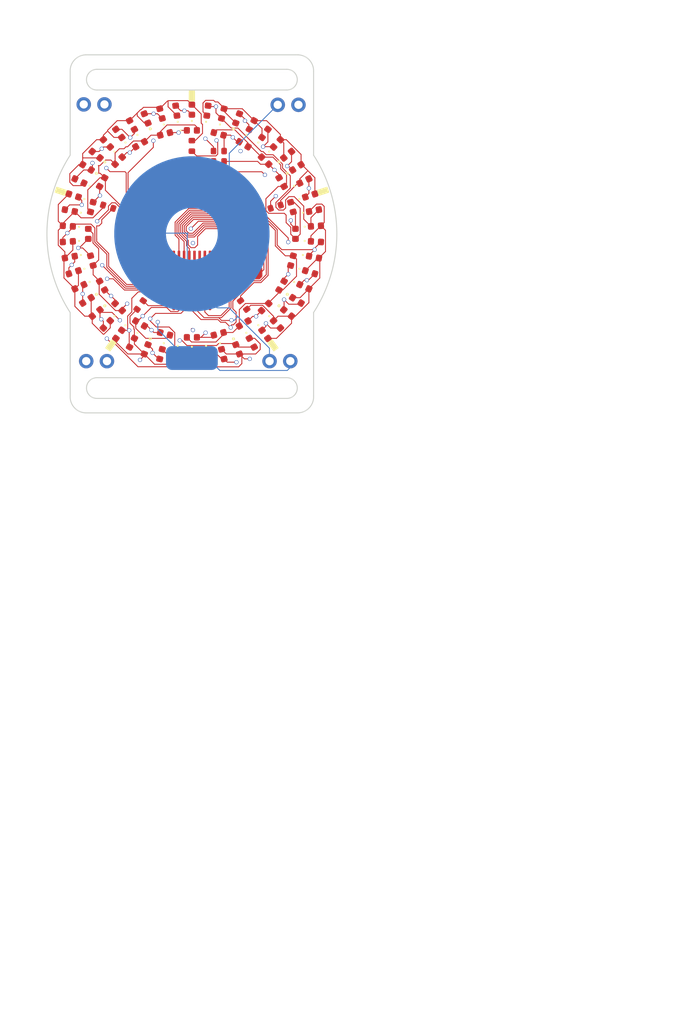
<source format=kicad_pcb>
(kicad_pcb (version 20221018) (generator pcbnew)
  (layers (0 "F.Cu" signal) (1 "In1.Cu" signal) (2 "In2.Cu" signal) (31 "B.Cu" signal) (34 "B.Paste" user) (35 "F.Paste" user) (36 "B.SilkS" user "B.Silkscreen") (37 "F.SilkS" user "F.Silkscreen") (38 "B.Mask" user) (39 "F.Mask" user) (44 "Edge.Cuts" user))
  (net 0 "")
  (net 1 "VDD")
  (net 2 "GND")
  (net 3 "/LED7")
  (net 4 "/LED6")
  (net 5 "/LED8")
  (net 6 "/LED9")
  (net 7 "/LED10")
  (net 8 "Net-(D51-K)")
  (net 9 "/LED14")
  (net 10 "Net-(D53-K)")
  (net 11 "Net-(D55-K)")
  (net 12 "/LED15")
  (net 13 "/LED16")
  (net 14 "/LED17")
  (net 15 "/LED1")
  (net 16 "/LED2")
  (net 17 "/LED3")
  (net 18 "/LED4")
  (net 19 "/LED5")
  (net 20 "/LED11")
  (net 21 "/LED12")
  (net 22 "/LED13")
  (net 23 "Net-(D1-A)")
  (net 24 "Net-(D11-A)")
  (net 25 "Net-(D21-A)")
  (net 26 "Net-(D31-A)")
  (net 27 "Net-(D41-A)")
  (net 29 "+BATT")
  (net 32 "/SWDIO")
  (net 33 "Net-(U1-PA0)")
  (net 36 "/coil_{+}")
  (net 37 "/SWCLK")
  (footprint "footprints:LED_0402_1005Metric" (layer "F.Cu") (at 7.053423 9.708204 -54)
    (fp_text reference "D31" hide)
    (fp_text value "LED_Small_Filled")
  )
  (footprint "LED_SMD:LED_0402_1005Metric" (layer "F.Cu") (at 10.131935 -6.429922 32.4)
    (fp_text reference "D43" hide)
    (fp_text value "LED_Small_Filled")
  )
  (footprint "LED_SMD:LED_0402_1005Metric" (layer "F.Cu") (at 10.857925 -5.109351 25.2)
    (fp_text reference "D42" hide)
    (fp_text value "LED_Small_Filled")
  )
  (footprint "LED_SMD:LED_0402_1005Metric" (layer "F.Cu") (at 11.976321 -0.753486 3.6)
    (fp_text reference "D39" hide)
    (fp_text value "LED_Small_Filled")
  )
  (footprint "LED_SMD:LED_0402_1005Metric" (layer "F.Cu") (at 0 12 -90)
    (fp_text reference "D26" hide)
    (fp_text value "LED_Small_Filled")
  )
  (footprint "footprints:R_0402_nosilk" (layer "F.Cu") (at 8.08398 -2.626644 -162)
    (fp_text reference "R5" hide)
    (fp_text value "R_Small_US")
  )
  (footprint "footprints:UFQFPN-32-nosilk" (layer "F.Cu") (at 0 4.5 90)
    (fp_text reference "U1" hide)
    (fp_text value "STM32G031K8Ux")
  )
  (footprint "footprints:R_0402_nosilk" (layer "F.Cu") (at -8.08398 -2.626644 -18)
    (fp_text reference "R2" hide)
    (fp_text value "R_Small_US")
  )
  (footprint "footprints:LED_0402_nosilk" (layer "F.Cu") (at -2.58819 -9.659258 15)
    (fp_text reference "D52" hide)
    (fp_text value "LED_Small_Filled")
  )
  (footprint "LED_SMD:LED_0402_1005Metric" (layer "F.Cu") (at 2.984279 -11.622998 75.6)
    (fp_text reference "D49" hide)
    (fp_text value "LED_Small_Filled")
  )
  (footprint "LED_SMD:LED_0402_1005Metric" (layer "F.Cu") (at -4.417495 11.157318 -111.6)
    (fp_text reference "D23" hide)
    (fp_text value "LED_Small_Filled")
  )
  (footprint "LED_SMD:LED_0402_1005Metric" (layer "F.Cu") (at -11.976321 0.753486 -176.4)
    (fp_text reference "D14" hide)
    (fp_text value "LED_Small_Filled")
  )
  (footprint "footprints:LED_0402_nosilk" (layer "F.Cu") (at 5 8.660254 -150)
    (fp_text reference "D65" hide)
    (fp_text value "LED_Small_Filled")
  )
  (footprint "LED_SMD:LED_0402_1005Metric" (layer "F.Cu") (at -2.984279 -11.622998 104.4)
    (fp_text reference "D3" hide)
    (fp_text value "LED_Small_Filled")
  )
  (footprint "footprints:LED_0402_1005Metric" (layer "F.Cu") (at -11.412678 -3.708204 162)
    (fp_text reference "D11" hide)
    (fp_text value "LED_Small_Filled")
  )
  (footprint "LED_SMD:LED_0402_1005Metric" (layer "F.Cu") (at -5.781044 10.51568 -118.8)
    (fp_text reference "D22" hide)
    (fp_text value "LED_Small_Filled")
  )
  (footprint "footprints:LED_0402_1005Metric" (layer "F.Cu") (at 11.412678 -3.708204 18)
    (fp_text reference "D41" hide)
    (fp_text value "LED_Small_Filled")
  )
  (footprint "footprints:tesptoint_tiny" (layer "F.Cu") (at 8.5 12.3)
    (fp_text reference "TP2" hide)
    (fp_text value "TestPoint_2Pole")
  )
  (footprint "footprints:LED_0402_nosilk" (layer "F.Cu") (at -10 0 90)
    (fp_text reference "D57" hide)
    (fp_text value "LED_Small_Filled")
  )
  (footprint "LED_SMD:LED_0402_1005Metric" (layer "F.Cu") (at -11.976321 -0.753486 176.4)
    (fp_text reference "D13" hide)
    (fp_text value "LED_Small_Filled")
  )
  (footprint "LED_SMD:LED_0402_1005Metric" (layer "F.Cu") (at 1.503999 -11.905376 82.8)
    (fp_text reference "D50" hide)
    (fp_text value "LED_Small_Filled")
  )
  (footprint "LED_SMD:LED_0402_1005Metric" (layer "F.Cu") (at 8.214565 8.747624 -46.8)
    (fp_text reference "D32" hide)
    (fp_text value "LED_Small_Filled")
  )
  (footprint "footprints:C_0402_nosilk" (layer "F.Cu") (at 6.02 1.91 180)
    (fp_text reference "C1" hide)
    (fp_text value "1u")
  )
  (footprint "footprints:LED_0402_nosilk" (layer "F.Cu") (at -5 -8.660254 30)
    (fp_text reference "D53" hide)
    (fp_text value "LED_Small_Filled")
  )
  (footprint "LED_SMD:LED_0402_1005Metric" (layer "F.Cu") (at -11.787447 -2.248576 169.2)
    (fp_text reference "D12" hide)
    (fp_text value "LED_Small_Filled")
  )
  (footprint "LED_SMD:LED_0402_1005Metric" (layer "F.Cu") (at -11.787447 2.248576 -169.2)
    (fp_text reference "D15" hide)
    (fp_text value "LED_Small_Filled")
  )
  (footprint "LED_SMD:LED_0402_1005Metric" (layer "F.Cu") (at -9.246159 7.649088 -140.4)
    (fp_text reference "D19" hide)
    (fp_text value "LED_Small_Filled")
  )
  (footprint "LED_SMD:LED_0402_1005Metric" (layer "F.Cu") (at 1.503999 11.905376 -82.8)
    (fp_text reference "D27" hide)
    (fp_text value "LED_Small_Filled")
  )
  (footprint "footprints:tesptoint_tiny" (layer "F.Cu") (at 9.29 -12.47)
    (fp_text reference "TP4" hide)
    (fp_text value "TestPoint_2Pole")
  )
  (footprint "footprints:LED_0402_nosilk" (layer "F.Cu") (at -8.660254 5 120)
    (fp_text reference "D59" hide)
    (fp_text value "LED_Small_Filled")
  )
  (footprint "LED_SMD:LED_0402_1005Metric" (layer "F.Cu") (at -5.781044 -10.51568 118.8)
    (fp_text reference "D5" hide)
    (fp_text value "LED_Small_Filled")
  )
  (footprint "footprints:C_0402_nosilk" (layer "F.Cu") (at 6.02 -0.95 180)
    (fp_text reference "C2" hide)
    (fp_text value "1u")
  )
  (footprint "LED_SMD:LED_0402_1005Metric" (layer "F.Cu") (at -10.131935 6.429922 -147.6)
    (fp_text reference "D18" hide)
    (fp_text value "LED_Small_Filled")
  )
  (footprint "footprints:LED_0402_nosilk" (layer "F.Cu") (at 6.02 3.9)
    (fp_text reference "R10" hide)
    (fp_text value "169k")
  )
  (footprint "footprints:Texas_X2SON_nosilk" (layer "F.Cu") (at 6.02 0.48 -90)
    (fp_text reference "U2" hide)
    (fp_text value "TLV74130PDQNR")
  )
  (footprint "LED_SMD:LED_0402_1005Metric" (layer "F.Cu") (at 11.787447 -2.248576 10.8)
    (fp_text reference "D40" hide)
    (fp_text value "LED_Small_Filled")
  )
  (footprint "footprints:LED_0402_nosilk" (layer "F.Cu") (at -9.659258 2.58819 105)
    (fp_text reference "D58" hide)
    (fp_text value "LED_Small_Filled")
  )
  (footprint "LED_SMD:LED_0402_1005Metric" (layer "F.Cu") (at 9.246159 -7.649088 39.6)
    (fp_text reference "D44" hide)
    (fp_text value "LED_Small_Filled")
  )
  (footprint "LED_SMD:LED_0402_1005Metric" (layer "F.Cu") (at 9.246159 7.649088 -39.6)
    (fp_text reference "D33" hide)
    (fp_text value "LED_Small_Filled")
  )
  (footprint "footprints:LED_0402_nosilk" (layer "F.Cu") (at 9.659258 -2.58819 -75)
    (fp_text reference "D70" hide)
    (fp_text value "LED_Small_Filled")
  )
  (footprint "footprints:LED_0402_nosilk" (layer "F.Cu") (at -2.58819 9.659258 165)
    (fp_text reference "D62" hide)
    (fp_text value "LED_Small_Filled")
  )
  (footprint "footprints:LED_0402_nosilk" (layer "F.Cu") (at 2.58819 9.659258 -165)
    (fp_text reference "D64" hide)
    (fp_text value "LED_Small_Filled")
  )
  (footprint "LED_SMD:LED_0402_1005Metric" (layer "F.Cu") (at 11.787447 2.248576 -10.8)
    (fp_text reference "D37" hide)
    (fp_text value "LED_Small_Filled")
  )
  (footprint "footprints:LED_0402_nosilk" (layer "F.Cu") (at 7.071068 -7.071068 -45)
    (fp_text reference "D72" hide)
    (fp_text value "LED_Small_Filled")
  )
  (footprint "LED_SMD:LED_0402_1005Metric" (layer "F.Cu") (at -9.246159 -7.649088 140.4)
    (fp_text reference "D8" hide)
    (fp_text value "LED_Small_Filled")
  )
  (footprint "LED_SMD:LED_0402_1005Metric" (layer "F.Cu") (at 7.053423 -9.708204 54)
    (fp_text reference "D46" hide)
    (fp_text value "LED_Small_Filled")
  )
  (footprint "footprints:LED_0402_1005Metric" (layer "F.Cu") (at -7.053423 9.708204 -126)
    (fp_text reference "D21" hide)
    (fp_text value "LED_Small_Filled")
  )
  (footprint "footprints:LED_0402_nosilk" (layer "F.Cu") (at 8.660254 5 -120)
    (fp_text reference "D67" hide)
    (fp_text value "LED_Small_Filled")
  )
  (footprint "footprints:LED_0402_nosilk" (layer "F.Cu") (at -5 8.660254 150)
    (fp_text reference "D61" hide)
    (fp_text value "LED_Small_Filled")
  )
  (footprint "footprints:LED_0402_nosilk" (layer "F.Cu") (at 10 0 -90)
    (fp_text reference "D69" hide)
    (fp_text value "LED_Small_Filled")
  )
  (footprint "LED_SMD:LED_0402_1005Metric" (layer "F.Cu") (at -4.417495 -11.157318 111.6)
    (fp_text reference "D4" hide)
    (fp_text value "LED_Small_Filled")
  )
  (footprint "footprints:LED_0402_nosilk" (layer "F.Cu") (at -7.071068 -7.071068 45)
    (fp_text reference "D54" hide)
    (fp_text value "LED_Small_Filled")
  )
  (footprint "footprints:LED_0402_nosilk" (layer "F.Cu") (at 5 -8.660254 -30)
    (fp_text reference "D73" hide)
    (fp_text value "LED_Small_Filled")
  )
  (footprint "LED_SMD:LED_0402_1005Metric" (layer "F.Cu") (at -8.214565 8.747624 -133.2)
    (fp_text reference "D20" hide)
    (fp_text value "LED_Small_Filled")
  )
  (footprint "footprints:R_0402_nosilk" (layer "F.Cu") (at 2.6 -6)
    (fp_text reference "R6" hide)
    (fp_text value "R_Small_US")
  )
  (footprint "footprints:LED_0402_nosilk" (layer "F.Cu") (at 7.071068 7.071068 -135)
    (fp_text reference "D66" hide)
    (fp_text value "LED_Small_Filled")
  )
  (footprint "LED_SMD:LED_0402_1005Metric" (layer "F.Cu") (at 5.781044 -10.51568 61.2)
    (fp_text reference "D47" hide)
    (fp_text value "LED_Small_Filled")
  )
  (footprint "footprints:R_0402_nosilk" (layer "F.Cu") (at -4.996175 6.876644 54)
    (fp_text reference "R3" hide)
    (fp_text value "R_Small_US")
  )
  (footprint "footprints:LED_0402_1005Metric" (layer "F.Cu") (at 0 -12 90)
    (fp_text reference "D1" hide)
    (fp_text value "LED_Small_Filled")
  )
  (footprint "footprints:tesptoint_tiny" (layer "F.Cu") (at -9.2 12.3)
    (fp_text reference "TP1" hide)
    (fp_text value "TestPoint_2Pole")
  )
  (footprint "LED_SMD:LED_0402_1005Metric" (layer "F.Cu") (at -10.857925 5.109351 -154.8)
    (fp_text reference "D17" hide)
    (fp_text value "LED_Small_Filled")
  )
  (footprint "LED_SMD:LED_0402_1005Metric" (layer "F.Cu") (at 5.781044 10.51568 -61.2)
    (fp_text reference "D30" hide)
    (fp_text value "LED_Small_Filled")
  )
  (footprint "footprints:LED_0402_nosilk" (layer "F.Cu") (at -7.071068 7.071068 135)
    (fp_text reference "D60" hide)
    (fp_text value "LED_Small_Filled")
  )
  (footprint "LED_SMD:LED_0402_1005Metric" (layer "F.Cu") (at 4.417495 11.157318 -68.4)
    (fp_text reference "D29" hide)
    (fp_text value "LED_Small_Filled")
  )
  (footprint "LED_SMD:LED_0402_1005Metric" (layer "F.Cu") (at 11.412678 3.708204 -18)
    (fp_text reference "D36" hide)
    (fp_text value "LED_Small_Filled")
  )
  (footprint "footprints:tesptoint_tiny" (layer "F.Cu") (at -9.44 -12.51)
    (fp_text reference "TP3" hide)
    (fp_text value "TestPoint_2Pole")
  )
  (footprint "footprints:LED_0402_nosilk" (layer "F.Cu") (at 9.659258 2.58819 -105)
    (fp_text reference "D68" hide)
    (fp_text value "LED_Small_Filled")
  )
  (footprint "LED_SMD:LED_0402_1005Metric" (layer "F.Cu") (at 10.131935 6.429922 -32.4)
    (fp_text reference "D34" hide)
    (fp_text value "LED_Small_Filled")
  )
  (footprint "LED_SMD:LED_0402_1005Metric" (layer "F.Cu") (at 11.976321 0.753486 -3.6)
    (fp_text reference "D38" hide)
    (fp_text value "LED_Small_Filled")
  )
  (footprint "footprints:R_0402_nosilk" (layer "F.Cu") (at 4.996175 6.876644 126)
    (fp_text reference "R4" hide)
    (fp_text value "R_Small_US")
  )
  (footprint "LED_SMD:LED_0402_1005Metric" (layer "F.Cu") (at -11.412678 3.708204 -162)
    (fp_text reference "D16" hide)
    (fp_text value "LED_Small_Filled")
  )
  (footprint "LED_SMD:LED_0402_1005Metric" (layer "F.Cu") (at -1.503999 11.905376 -97.2)
    (fp_text reference "D25" hide)
    (fp_text value "LED_Small_Filled")
  )
  (footprint "LED_SMD:LED_0402_1005Metric" (layer "F.Cu") (at -10.857925 -5.109351 154.8)
    (fp_text reference "D10" hide)
    (fp_text value "LED_Small_Filled")
  )
  (footprint "footprints:R_0402_nosilk" (layer "F.Cu") (at 2.6 -7)
    (fp_text reference "R7" hide)
    (fp_text value "R_Small_US")
  )
  (footprint "LED_SMD:LED_0402_1005Metric" (layer "F.Cu") (at 0 -10)
    (fp_text reference "D51" hide)
    (fp_text value "LED_Small_Filled")
  )
  (footprint "LED_SMD:LED_0402_1005Metric" (layer "F.Cu") (at 2.984279 11.622998 -75.6)
    (fp_text reference "D28" hide)
    (fp_text value "LED_Small_Filled")
  )
  (footprint "footprints:LED_0402_nosilk" (layer "F.Cu") (at 6.02 2.9 180)
    (fp_text reference "R9" hide)
    (fp_text value "169k")
  )
  (footprint "LED_SMD:LED_0402_1005Metric" (layer "F.Cu") (at -10.131935 -6.429922 147.6)
    (fp_text reference "D9" hide)
    (fp_text value "LED_Small_Filled")
  )
  (footprint "footprints:R_0402_nosilk" (layer "F.Cu") (at 0 -8.5 -90)
    (fp_text reference "R1" hide)
    (fp_text value "R_Small_US")
  )
  (footprint "footprints:LED_0402_nosilk" (layer "F.Cu") (at -8.660254 -5 60)
    (fp_text reference "D55" hide)
    (fp_text value "LED_Small_Filled")
  )
  (footprint "LED_SMD:LED_0402_1005Metric" (layer "F.Cu") (at -2.984279 11.622998 -104.4)
    (fp_text reference "D24" hide)
    (fp_text value "LED_Small_Filled")
  )
  (footprint "LED_SMD:LED_0402_1005Metric" (layer "F.Cu") (at -8.214565 -8.747624 133.2)
    (fp_text reference "D7" hide)
    (fp_text value "LED_Small_Filled")
  )
  (footprint "LED_SMD:LED_0402_1005Metric" (layer "F.Cu") (at -7.053423 -9.708204 126)
    (fp_text reference "D6" hide)
    (fp_text value "LED_Small_Filled")
  )
  (footprint "footprints:R_0402_nosilk" (layer "F.Cu") (at 2.6 -8)
    (fp_text reference "R8" hide)
    (fp_text value "R_Small_US")
  )
  (footprint "footprints:LED_0402_nosilk" (layer "F.Cu") (at 0 10 180)
    (fp_text reference "D63" hide)
    (fp_text value "LED_Small_Filled")
  )
  (footprint "footprints:LED_0402_nosilk" (layer "F.Cu") (at 8.660254 -5 -60)
    (fp_text reference "D71" hide)
    (fp_text value "LED_Small_Filled")
  )
  (footprint "LED_SMD:LED_0402_1005Metric" (layer "F.Cu") (at 4.417495 -11.157318 68.4)
    (fp_text reference "D48" hide)
    (fp_text value "LED_Small_Filled")
  )
  (footprint "footprints:LED_0402_nosilk" (layer "F.Cu") (at 2.58819 -9.659258 -15)
    (fp_text reference "D74" hide)
    (fp_text value "LED_Small_Filled")
  )
  (footprint "footprints:LED_0402_nosilk" (layer "F.Cu") (at -9.659258 -2.58819 75)
    (fp_text reference "D56" hide)
    (fp_text value "LED_Small_Filled")
  )
  (footprint "LED_SMD:LED_0402_1005Metric" (layer "F.Cu") (at 8.214565 -8.747624 46.8)
    (fp_text reference "D45" hide)
    (fp_text value "LED_Small_Filled")
  )
  (footprint "LED_SMD:LED_0402_1005Metric" (layer "F.Cu") (at -1.503999 -11.905376 97.2)
    (fp_text reference "D2" hide)
    (fp_text value "LED_Small_Filled")
  )
  (footprint "LED_SMD:LED_0402_1005Metric" (layer "F.Cu") (at 10.857925 5.109351 -25.2)
    (fp_text reference "D35" hide)
    (fp_text value "LED_Small_Filled")
  )
  (footprint "footprints:LIR2032" (layer "B.Cu") (at 0 0 180)
    (fp_text reference "BT1" hide)
    (fp_text value "LIR2032")
  )
  (gr_line (start 9.15 -13.9) (end -9.15 -13.9) (stroke (width 0.1)) (layer "Edge.Cuts"))
  (gr_line (start 10.25 -17.3) (end -10.25 -17.3) (stroke (width 0.1)) (layer "Edge.Cuts"))
  (gr_line (start 11.75 15.7) (end 11.75 7.6) (stroke (width 0.1)) (layer "Edge.Cuts"))
  (gr_line (start 11.75 -15.7) (end 11.75 -7.6) (stroke (width 0.1)) (layer "Edge.Cuts"))
  (gr_arc (start 11.75 -7.6) (mid 13.993659 0) (end 11.75 7.6) (stroke (width 0.1)) (layer "Edge.Cuts"))
  (gr_line (start -9.15 15.9) (end 9.15 15.9) (stroke (width 0.1)) (layer "Edge.Cuts"))
  (gr_arc (start -11.75 -15.7) (mid -11.331371 -16.810661) (end -10.25 -17.3) (stroke (width 0.1)) (layer "Edge.Cuts"))
  (gr_line (start 10.25 17.3) (end -10.25 17.3) (stroke (width 0.1)) (layer "Edge.Cuts"))
  (gr_arc (start 9.15 13.9) (mid 10.176646 14.9) (end 9.15 15.9) (stroke (width 0.1)) (layer "Edge.Cuts"))
  (gr_line (start -11.75 15.7) (end -11.75 7.6) (stroke (width 0.1)) (layer "Edge.Cuts"))
  (gr_arc (start -9.15 -13.9) (mid -10.176643 -14.9) (end -9.15 -15.9) (stroke (width 0.1)) (layer "Edge.Cuts"))
  (gr_arc (start -10.25 17.3) (mid -11.331372 16.810661) (end -11.75 15.7) (stroke (width 0.1)) (layer "Edge.Cuts"))
  (gr_arc (start -9.15 15.9) (mid -10.176643 14.9) (end -9.15 13.9) (stroke (width 0.1)) (layer "Edge.Cuts"))
  (gr_line (start -9.15 -15.9) (end 9.15 -15.9) (stroke (width 0.1)) (layer "Edge.Cuts"))
  (gr_arc (start 11.751 15.7) (mid 11.331871 16.810868) (end 10.25 17.3) (stroke (width 0.1)) (layer "Edge.Cuts"))
  (gr_line (start 9.15 13.9) (end -9.15 13.9) (stroke (width 0.1)) (layer "Edge.Cuts"))
  (gr_line (start -11.75 -15.7) (end -11.75 -7.6) (stroke (width 0.1)) (layer "Edge.Cuts"))
  (gr_arc (start 10.25 -17.3) (mid 11.331371 -16.81066) (end 11.75 -15.7) (stroke (width 0.1)) (layer "Edge.Cuts"))
  (gr_arc (start -11.75 7.6) (mid -13.993635 0) (end -11.75 -7.6) (stroke (width 0.1)) (layer "Edge.Cuts"))
  (gr_arc (start 9.15 -15.9) (mid 10.176646 -14.9) (end 9.15 -13.9) (stroke (width 0.1)) (layer "Edge.Cuts"))
  (segment (start 4.26845 8.525755) (end 4.26845 7.560145) (width 0.0889) (layer "F.Cu") (net 1))
  (segment (start 3.75 9.05) (end 3.2478 8.5478) (width 0.0889) (layer "F.Cu") (net 1))
  (segment (start 0.875826 8.2778) (end -0.25 7.151974) (width 0.0889) (layer "F.Cu") (net 1))
  (segment (start 3.2478 8.5478) (end 2.786352 8.5478) (width 0.0889) (layer "F.Cu") (net 1))
  (segment (start 3.85155 8.78845) (end 4.005755 8.78845) (width 0.0889) (layer "F.Cu") (net 1))
  (segment (start 3.9556 7.247295) (end 3.9556 6.4944) (width 0.0889) (layer "F.Cu") (net 1))
  (segment (start 2.786352 8.5478) (end 2.516352 8.2778) (width 0.0889) (layer "F.Cu") (net 1))
  (segment (start 3.9556 6.4944) (end 5.91885 4.53115) (width 0.0889) (layer "F.Cu") (net 1))
  (segment (start 6.66 0.05) (end 6.345 0.05) (width 0.0889) (layer "F.Cu") (net 1))
  (segment (start 7.1822 3.939982) (end 7.1822 0.5722) (width 0.0889) (layer "F.Cu") (net 1))
  (segment (start -0.25 7.151974) (end -0.25 6.7375) (width 0.0889) (layer "F.Cu") (net 1))
  (segment (start 3.75 9.05) (end 3.75 8.89) (width 0.0889) (layer "F.Cu") (net 1))
  (segment (start 7.1822 0.5722) (end 6.66 0.05) (width 0.0889) (layer "F.Cu") (net 1))
  (segment (start 4.005755 8.78845) (end 4.26845 8.525755) (width 0.0889) (layer "F.Cu") (net 1))
  (segment (start 6.591032 4.53115) (end 7.1822 3.939982) (width 0.0889) (layer "F.Cu") (net 1))
  (segment (start 3.75 8.89) (end 3.85155 8.78845) (width 0.0889) (layer "F.Cu") (net 1))
  (segment (start 4.26845 7.560145) (end 3.9556 7.247295) (width 0.0889) (layer "F.Cu") (net 1))
  (segment (start 5.91885 4.53115) (end 6.591032 4.53115) (width 0.0889) (layer "F.Cu") (net 1))
  (segment (start 2.516352 8.2778) (end 0.875826 8.2778) (width 0.0889) (layer "F.Cu") (net 1))
  (via (at 4.7 -8) (size 0.4) (drill 0.3) (layers "F.Cu" "B.Cu") (net 1))
  (via (at 3.75 9.05) (size 0.4) (drill 0.3) (layers "F.Cu" "B.Cu") (net 1))
  (segment (start 5.15 5) (end 5.152182 5) (width 0.0889) (layer "F.Cu") (net 2))
  (segment (start 3.7778 6.3722) (end 5.15 5) (width 0.0889) (layer "F.Cu") (net 2))
  (segment (start 0.11665 6.16665) (end 0.25 6.3) (width 0.0889) (layer "F.Cu") (net 2))
  (segment (start 5.96335 4.188832) (end 5.96335 3.83) (width 0.0889) (layer "F.Cu") (net 2))
  (segment (start 6.95 3.455) (end 6.505 3.9) (width 0.0889) (layer "F.Cu") (net 2))
  (segment (start 6.53 3.9) (end 5.96335 3.33335) (width 0.0889) (layer "F.Cu") (net 2))
  (segment (start 5.40665 -0.1) (end 5.40665 -0.81665) (width 0.0889) (layer "F.Cu") (net 2))
  (segment (start 5.695 0.05) (end 5.40665 0.05) (width 0.0889) (layer "F.Cu") (net 2))
  (segment (start -0.3 6.16665) (end 0.11665 6.16665) (width 0.0889) (layer "F.Cu") (net 2))
  (segment (start 0.25 6.3) (end 0.25 7.175) (width 0.0889) (layer "F.Cu") (net 2))
  (segment (start 2.86 8.37) (end 3.82 8.37) (width 0.0889) (layer "F.Cu") (net 2))
  (segment (start 5.54 -0.95) (end 5.40665 -0.81665) (width 0.0889) (layer "F.Cu") (net 2))
  (segment (start 0.25 7.175) (end 1.175 8.1) (width 0.0889) (layer "F.Cu") (net 2))
  (segment (start 5.152182 5) (end 5.96335 4.188832) (width 0.0889) (layer "F.Cu") (net 2))
  (segment (start 5.96335 3.33335) (end 5.96335 2.33335) (width 0.0889) (layer "F.Cu") (net 2))
  (segment (start 2.59 8.1) (end 2.851448 8.1) (width 0.0889) (layer "F.Cu") (net 2))
  (segment (start -0.3 4.6) (end -0.3 6.16665) (width 0.0889) (layer "F.Cu") (net 2))
  (segment (start 3.7778 7.173648) (end 3.7778 6.3722) (width 0.0889) (layer "F.Cu") (net 2))
  (segment (start 5.96335 2.33335) (end 5.54 1.91) (width 0.0889) (layer "F.Cu") (net 2))
  (segment (start 6.02 0.48) (end 6.7 0.48) (width 0.0889) (layer "F.Cu") (net 2))
  (segment (start 6.95 0.73) (end 6.95 3.455) (width 0.0889) (layer "F.Cu") (net 2))
  (segment (start 2.59 8.1) (end 2.86 8.37) (width 0.0889) (layer "F.Cu") (net 2))
  (segment (start 2.851448 8.1) (end 3.7778 7.173648) (width 0.0889) (layer "F.Cu") (net 2))
  (segment (start 0 4.3) (end -0.3 4.6) (width 0.0889) (layer "F.Cu") (net 2))
  (segment (start 1.175 8.1) (end 2.59 8.1) (width 0.0889) (layer "F.Cu") (net 2))
  (segment (start 5.54 1.91) (end 5.40665 1.77665) (width 0.0889) (layer "F.Cu") (net 2))
  (segment (start 5.40665 0.05) (end 5.40665 -0.1) (width 0.0889) (layer "F.Cu") (net 2))
  (segment (start 5.96335 4.188832) (end 5.96335 2.9) (width 0.0889) (layer "F.Cu") (net 2))
  (segment (start 6.02 0.48) (end 6.02 0.375) (width 0.0889) (layer "F.Cu") (net 2))
  (segment (start 6.7 0.48) (end 6.95 0.73) (width 0.0889) (layer "F.Cu") (net 2))
  (segment (start 6.02 0.375) (end 5.695 0.05) (width 0.0889) (layer "F.Cu") (net 2))
  (via (at 3.82 8.34) (size 0.4) (drill 0.3) (layers "F.Cu" "B.Cu") (net 2))
  (segment (start 2.43 7.15) (end 0.925 5.645) (width 0.0889) (layer "B.Cu") (net 2))
  (segment (start 3.28 3.29) (end 0.925 5.645) (width 0.0889) (layer "B.Cu") (net 2))
  (segment (start 3.82 8.37) (end 4.07 8.37) (width 0.0889) (layer "B.Cu") (net 2))
  (segment (start 0.925 5.645) (end -0.44845 4.27155) (width 0.0889) (layer "B.Cu") (net 2))
  (segment (start 3.61 3.29) (end 3.28 3.29) (width 0.0889) (layer "B.Cu") (net 2))
  (segment (start 3.59 7.15) (end 2.43 7.15) (width 0.0889) (layer "B.Cu") (net 2))
  (segment (start -0.38 -0.07) (end -2.82 -0.07) (width 0.0889) (layer "B.Cu") (net 2))
  (segment (start 3.61 -7.79) (end 3.61 3.29) (width 0.0889) (layer "B.Cu") (net 2))
  (segment (start -2.82 -0.07) (end -2.84 -0.09) (width 0.0889) (layer "B.Cu") (net 2))
  (segment (start 8.29 -12.47) (end 3.61 -7.79) (width 0.0889) (layer "B.Cu") (net 2))
  (segment (start -0.44845 4.27155) (end -0.44845 -0.00155) (width 0.0889) (layer "B.Cu") (net 2))
  (segment (start 7.49 12.38) (end 7.49 11.05) (width 0.0889) (layer "B.Cu") (net 2))
  (segment (start 4.44 8) (end 3.59 7.15) (width 0.0889) (layer "B.Cu") (net 2))
  (segment (start -0.44845 -0.00155) (end -0.38 -0.07) (width 0.0889) (layer "B.Cu") (net 2))
  (segment (start 4.07 8.37) (end 4.44 8) (width 0.0889) (layer "B.Cu") (net 2))
  (segment (start 7.49 11.05) (end 4.44 8) (width 0.0889) (layer "B.Cu") (net 2))
  (segment (start -2.99 4.25) (end -2.4375 4.25) (width 0.0889) (layer "F.Cu") (net 3))
  (segment (start -8.70155 -1.366436) (end -8.70155 -1.034245) (width 0.0889) (layer "F.Cu") (net 3))
  (segment (start -9.19105 -0.77155) (end -9.19105 0.51895) (width 0.0889) (layer "F.Cu") (net 3))
  (segment (start -9.19105 0.51895) (end -9.19 0.52) (width 0.0889) (layer "F.Cu") (net 3))
  (segment (start -7.598941 -2.469045) (end -8.70155 -1.366436) (width 0.0889) (layer "F.Cu") (net 3))
  (segment (start -3.16 4.42) (end -2.99 4.25) (width 0.0889) (layer "F.Cu") (net 3))
  (segment (start -3.296374 4.8944) (end -3.16 4.758026) (width 0.0889) (layer "F.Cu") (net 3))
  (segment (start -8.03375 1.893355) (end -8.03375 3.153354) (width 0.0889) (layer "F.Cu") (net 3))
  (segment (start -8.70155 -1.034245) (end -8.964245 -0.77155) (width 0.0889) (layer "F.Cu") (net 3))
  (segment (start -8.03375 3.153354) (end -6.292704 4.8944) (width 0.0889) (layer "F.Cu") (net 3))
  (segment (start -9.19 0.737104) (end -8.03375 1.893355) (width 0.0889) (layer "F.Cu") (net 3))
  (segment (start -8.964245 -0.77155) (end -9.19105 -0.77155) (width 0.0889) (layer "F.Cu") (net 3))
  (segment (start -6.292704 4.8944) (end -3.296374 4.8944) (width 0.0889) (layer "F.Cu") (net 3))
  (segment (start -3.16 4.758026) (end -3.16 4.42) (width 0.0889) (layer "F.Cu") (net 3))
  (segment (start -9.19 0.52) (end -9.19 0.737104) (width 0.0889) (layer "F.Cu") (net 3))
  (segment (start 2.49335 -7.70335) (end 2.49335 -8.91665) (width 0.0889) (layer "F.Cu") (net 4))
  (segment (start 0.46 -7.53) (end 2.32 -7.53) (width 0.0889) (layer "F.Cu") (net 4))
  (segment (start 0 -7.99) (end 0.46 -7.53) (width 0.0889) (layer "F.Cu") (net 4))
  (segment (start 2.32 -7.53) (end 2.49335 -7.70335) (width 0.0889) (layer "F.Cu") (net 4))
  (segment (start 2.49335 -8.91665) (end 2.38 -9.03) (width 0.0889) (layer "F.Cu") (net 4))
  (segment (start -6.44 5.25) (end -8.66 3.03) (width 0.0889) (layer "F.Cu") (net 4))
  (segment (start -2.4375 5.25) (end -6.44 5.25) (width 0.0889) (layer "F.Cu") (net 4))
  (via (at 2.38 -9.03) (size 0.4) (drill 0.3) (layers "F.Cu" "B.Cu") (net 4))
  (via (at -8.66 3.03) (size 0.4) (drill 0.3) (layers "F.Cu" "B.Cu") (net 4))
  (segment (start -1.75 6.9375) (end -4.22295 6.9375) (width 0.0889) (layer "F.Cu") (net 5))
  (segment (start -4.22295 6.9375) (end -4.696405 6.464045) (width 0.0889) (layer "F.Cu") (net 5))
  (segment (start 6.753226 -1.39335) (end 6.97 -1.176576) (width 0.0889) (layer "F.Cu") (net 6))
  (segment (start 5.08 0.546448) (end 4.94885 0.415297) (width 0.0889) (layer "F.Cu") (net 6))
  (segment (start 7.36 4.01363) (end 6.664679 4.70895) (width 0.0889) (layer "F.Cu") (net 6))
  (segment (start 0.085755 -0.05155) (end -0.285755 -0.05155) (width 0.0889) (layer "F.Cu") (net 6))
  (segment (start 5.992498 4.70895) (end 4.696405 6.005043) (width 0.0889) (layer "F.Cu") (net 6))
  (segment (start 6.664679 4.70895) (end 5.992498 4.70895) (width 0.0889) (layer "F.Cu") (net 6))
  (segment (start 6.97 0.108552) (end 7.36 0.498553) (width 0.0889) (layer "F.Cu") (net 6))
  (segment (start 7.36 0.498553) (end 7.36 4.01363) (width 0.0889) (layer "F.Cu") (net 6))
  (segment (start -0.54845 -0.314245) (end -0.54845 -0.69155) (width 0.0889) (layer "F.Cu") (net 6))
  (segment (start 4.94885 0.415297) (end 4.94885 -0.632598) (width 0.0889) (layer "F.Cu") (net 6))
  (segment (start -0.285755 -0.05155) (end -0.54845 -0.314245) (width 0.0889) (layer "F.Cu") (net 6))
  (segment (start 5.08 4.321974) (end 5.08 0.546448) (width 0.0889) (layer "F.Cu") (net 6))
  (segment (start 6.97 -1.176576) (end 6.97 0.108552) (width 0.0889) (layer "F.Cu") (net 6))
  (segment (start 4.543697 -1.03775) (end 1.071955 -1.03775) (width 0.0889) (layer "F.Cu") (net 6))
  (segment (start 4.696405 6.005043) (end 4.696405 6.464045) (width 0.0889) (layer "F.Cu") (net 6))
  (segment (start 2.464474 6.9375) (end 5.08 4.321974) (width 0.0889) (layer "F.Cu") (net 6))
  (segment (start 0.15335 -1.39335) (end 6.753226 -1.39335) (width 0.0889) (layer "F.Cu") (net 6))
  (segment (start 1.071955 -1.03775) (end 0.085755 -0.05155) (width 0.0889) (layer "F.Cu") (net 6))
  (segment (start 1.75 6.9375) (end 2.464474 6.9375) (width 0.0889) (layer "F.Cu") (net 6))
  (segment (start 4.94885 -0.632598) (end 4.543697 -1.03775) (width 0.0889) (layer "F.Cu") (net 6))
  (segment (start -0.54845 -0.69155) (end 0.15335 -1.39335) (width 0.0889) (layer "F.Cu") (net 6))
  (segment (start -0.067592 -1.92675) (end -1.08185 -0.912494) (width 0.0889) (layer "F.Cu") (net 7))
  (segment (start 9.3 0.39908) (end 6.97417 -1.92675) (width 0.0889) (layer "F.Cu") (net 7))
  (segment (start 4.41545 0.636238) (end 4.5466 0.767389) (width 0.0889) (layer "F.Cu") (net 7))
  (segment (start 1.31435 -0.50435) (end 4.322754 -0.50435) (width 0.0889) (layer "F.Cu") (net 7))
  (segment (start 0.285755 1.333882) (end 0.54845 1.071187) (width 0.0889) (layer "F.Cu") (net 7))
  (segment (start 4.5466 0.767389) (end 4.5466 4.075504) (width 0.0889) (layer "F.Cu") (net 7))
  (segment (start -0.085755 1.333882) (end 0.285755 1.333882) (width 0.0889) (layer "F.Cu") (net 7))
  (segment (start 9.3 0.8) (end 9.3 0.39908) (width 0.0889) (layer "F.Cu") (net 7))
  (segment (start -0.34845 1.071187) (end -0.085755 1.333882) (width 0.0889) (layer "F.Cu") (net 7))
  (segment (start -1.08185 -0.912494) (end -1.08185 -0.093304) (width 0.0889) (layer "F.Cu") (net 7))
  (segment (start 7.598941 -3.148941) (end 7.598941 -2.469045) (width 0.0889) (layer "F.Cu") (net 7))
  (segment (start 4.41545 -0.411654) (end 4.41545 0.636238) (width 0.0889) (layer "F.Cu") (net 7))
  (segment (start 6.97417 -1.92675) (end -0.067592 -1.92675) (width 0.0889) (layer "F.Cu") (net 7))
  (segment (start 3.372104 5.25) (end 2.4375 5.25) (width 0.0889) (layer "F.Cu") (net 7))
  (segment (start -0.34845 0.640096) (end -0.34845 1.071187) (width 0.0889) (layer "F.Cu") (net 7))
  (segment (start 8.1 -3.65) (end 7.598941 -3.148941) (width 0.0889) (layer "F.Cu") (net 7))
  (segment (start 0.54845 1.071187) (end 0.54845 0.26155) (width 0.0889) (layer "F.Cu") (net 7))
  (segment (start 4.322754 -0.50435) (end 4.41545 -0.411654) (width 0.0889) (layer "F.Cu") (net 7))
  (segment (start 0.54845 0.26155) (end 1.31435 -0.50435) (width 0.0889) (layer "F.Cu") (net 7))
  (segment (start 4.5466 4.075504) (end 3.372104 5.25) (width 0.0889) (layer "F.Cu") (net 7))
  (segment (start -1.08185 -0.093304) (end -0.34845 0.640096) (width 0.0889) (layer "F.Cu") (net 7))
  (via (at 8.1 -3.65) (size 0.4) (drill 0.3) (layers "F.Cu" "B.Cu") (net 7))
  (via (at 9.3 0.8) (size 0.4) (drill 0.3) (layers "F.Cu" "B.Cu") (net 7))
  (segment (start 0.485 10) (end 1.904501 10) (width 0.0889) (layer "F.Cu") (net 8))
  (segment (start 9.784785 -2.119716) (end 10 -1.904501) (width 0.0889) (layer "F.Cu") (net 8))
  (segment (start -1.06957 -10) (end -0.485 -10) (width 0.0889) (layer "F.Cu") (net 8))
  (segment (start 10 -1.904501) (end 10 -0.485) (width 0.0889) (layer "F.Cu") (net 8))
  (segment (start 1.325 9.55) (end 0.875 10) (width 0.0889) (layer "F.Cu") (net 8))
  (segment (start -1.284785 -9.784785) (end -1.06957 -10) (width 0.0889) (layer "F.Cu") (net 8))
  (segment (start -10.544501 1.36) (end -9.784785 2.119716) (width 0.0889) (layer "F.Cu") (net 8))
  (segment (start 7.05 -5.7) (end 6.75 -6) (width 0.0889) (layer "F.Cu") (net 8))
  (segment (start 9.55 -1.3) (end 9.55 -0.935) (width 0.0889) (layer "F.Cu") (net 8))
  (segment (start -10.875 1.36) (end -10 0.485) (width 0.0889) (layer "F.Cu") (net 8))
  (segment (start 0.875 10) (end 0.485 10) (width 0.0889) (layer "F.Cu") (net 8))
  (segment (start -10.97 1.36) (end -10.875 1.36) (width 0.0889) (layer "F.Cu") (net 8))
  (segment (start -1.284785 -9.784785) (end -2.119716 -9.784785) (width 0.0889) (layer "F.Cu") (net 8))
  (segment (start 1.904501 10) (end 2.119716 9.784785) (width 0.0889) (layer "F.Cu") (net 8))
  (segment (start 6.75 -6) (end 3.11 -6) (width 0.0889) (layer "F.Cu") (net 8))
  (segment (start -10.97 1.36) (end -10.544501 1.36) (width 0.0889) (layer "F.Cu") (net 8))
  (segment (start 9.55 -0.935) (end 10 -0.485) (width 0.0889) (layer "F.Cu") (net 8))
  (via (at 7.05 -5.7) (size 0.4) (drill 0.3) (layers "F.Cu" "B.Cu") (net 8))
  (via (at -10.97 1.36) (size 0.4) (drill 0.3) (layers "F.Cu" "B.Cu") (net 8))
  (via (at 9.55 -1.3) (size 0.4) (drill 0.3) (layers "F.Cu" "B.Cu") (net 8))
  (via (at 1.325 9.55) (size 0.4) (drill 0.3) (layers "F.Cu" "B.Cu") (net 8))
  (via (at -1.284785 -9.784785) (size 0.4) (drill 0.3) (layers "F.Cu" "B.Cu") (net 8))
  (segment (start -6.356823 -8.419518) (end -6.205482 -8.419518) (width 0.0889) (layer "F.Cu") (net 9))
  (segment (start -7.815894 -7.13) (end -7.414015 -6.728121) (width 0.0889) (layer "F.Cu") (net 9))
  (segment (start 0.485 -10.315) (end 0.485 -10) (width 0.0889) (layer "F.Cu") (net 9))
  (segment (start -6.551341 -8.225) (end -6.356823 -8.419518) (width 0.0889) (layer "F.Cu") (net 9))
  (segment (start -2.398401 -10.523282) (end 0.276718 -10.523282) (width 0.0889) (layer "F.Cu") (net 9))
  (segment (start -5.640795 -8.975) (end -4.652224 -8.975) (width 0.0889) (layer "F.Cu") (net 9))
  (segment (start -2.87 3.25) (end -2.4375 3.25) (width 0.0889) (layer "F.Cu") (net 9))
  (segment (start -10.05 -4.25) (end -8.879978 -5.420022) (width 0.0889) (layer "F.Cu") (net 9))
  (segment (start -8.847732 -5.85) (end -8.99 -5.85) (width 0.0889) (layer "F.Cu") (net 9))
  (segment (start -4.652224 -8.975) (end -4.579978 -8.902754) (width 0.0889) (layer "F.Cu") (net 9))
  (segment (start -9.03 -6.6) (end -8.87 -6.6) (width 0.0889) (layer "F.Cu") (net 9))
  (segment (start -3.056664 -9.865019) (end -2.398401 -10.523282) (width 0.0889) (layer "F.Cu") (net 9))
  (segment (start -7.414015 -6.728121) (end -7.414015 -7.810985) (width 0.0889) (layer "F.Cu") (net 9))
  (segment (start -6.205482 -8.419518) (end -5.77345 -8.85155) (width 0.0889) (layer "F.Cu") (net 9))
  (segment (start -8.35 -5.352268) (end -8.35 -4.211448) (width 0.0889) (layer "F.Cu") (net 9))
  (segment (start -5.77345 -8.85155) (end -5.764245 -8.85155) (width 0.0889) (layer "F.Cu") (net 9))
  (segment (start -8.99 -6.56) (end -9.03 -6.6) (width 0.0889) (layer "F.Cu") (net 9))
  (segment (start -8.417754 -5.420022) (end -8.847732 -5.85) (width 0.0889) (layer "F.Cu") (net 9))
  (segment (start -4.579978 -8.902754) (end -3.949001 -9.533731) (width 0.0889) (layer "F.Cu") (net 9))
  (segment (start -8.87 -6.6) (end -8.34 -7.13) (width 0.0889) (layer "F.Cu") (net 9))
  (segment (start -3.00835 2.430598) (end -3.00835 3.11165) (width 0.0889) (layer "F.Cu") (net 9))
  (segment (start -8.417754 -5.420022) (end -8.35 -5.352268) (width 0.0889) (layer "F.Cu") (net 9))
  (segment (start -8.34 -7.13) (end -7.815894 -7.13) (width 0.0889) (layer "F.Cu") (net 9))
  (segment (start -7 -8.225) (end -6.551341 -8.225) (width 0.0889) (layer "F.Cu") (net 9))
  (segment (start 0.276718 -10.523282) (end 0.485 -10.315) (width 0.0889) (layer "F.Cu") (net 9))
  (segment (start -8.99 -5.85) (end -8.99 -6.56) (width 0.0889) (layer "F.Cu") (net 9))
  (segment (start -6.5178 -1.078852) (end -3.00835 2.430598) (width 0.0889) (layer "F.Cu") (net 9))
  (segment (start -3.949001 -9.533731) (end -3.056664 -9.533731) (width 0.0889) (layer "F.Cu") (net 9))
  (segment (start -5.764245 -8.85155) (end -5.640795 -8.975) (width 0.0889) (layer "F.Cu") (net 9))
  (segment (start -8.35 -4.211448) (end -6.5178 -2.379248) (width 0.0889) (layer "F.Cu") (net 9))
  (segment (start -3.056664 -9.533731) (end -3.056664 -9.865019) (width 0.0889) (layer "F.Cu") (net 9))
  (segment (start -9.784785 -2.119716) (end -10.05 -2.384931) (width 0.0889) (layer "F.Cu") (net 9))
  (segment (start -10.05 -2.384931) (end -10.05 -4.25) (width 0.0889) (layer "F.Cu") (net 9))
  (segment (start -3.00835 3.11165) (end -2.87 3.25) (width 0.0889) (layer "F.Cu") (net 9))
  (segment (start -7.414015 -7.810985) (end -7 -8.225) (width 0.0889) (layer "F.Cu") (net 9))
  (segment (start -6.5178 -2.379248) (end -6.5178 -1.078852) (width 0.0889) (layer "F.Cu") (net 9))
  (segment (start -8.879978 -5.420022) (end -8.417754 -5.420022) (width 0.0889) (layer "F.Cu") (net 9))
  (segment (start -7.665071 6.728121) (end -7.414015 6.728121) (width 0.0889) (layer "F.Cu") (net 10))
  (segment (start -6.728121 -7.414015) (end -6.292136 -7.85) (width 0.0889) (layer "F.Cu") (net 10))
  (segment (start -5.420022 -8.417754) (end -5.432246 -8.417754) (width 0.0889) (layer "F.Cu") (net 10))
  (segment (start -7.414015 6.728121) (end -7.414015 6.385985) (width 0.0889) (layer "F.Cu") (net 10))
  (segment (start 8.417754 -5.724382) (end 8.417754 -5.420022) (width 0.0889) (layer "F.Cu") (net 10))
  (segment (start 6.2 7.942136) (end 6.728121 7.414015) (width 0.0889) (layer "F.Cu") (net 10))
  (segment (start -7.414015 6.385985) (end -7.8 6) (width 0.0889) (layer "F.Cu") (net 10))
  (segment (start 7.414015 -6.728121) (end 7.971068 -6.171068) (width 0.0889) (layer "F.Cu") (net 10))
  (segment (start 6.35 -7) (end 6.621879 -6.728121) (width 0.0889) (layer "F.Cu") (net 10))
  (segment (start -5.724382 -8.417754) (end -5.420022 -8.417754) (width 0.0889) (layer "F.Cu") (net 10))
  (segment (start 6.2 7.975) (end 6.2 7.942136) (width 0.0889) (layer "F.Cu") (net 10))
  (segment (start 5.862776 7.975) (end 5.420022 8.417754) (width 0.0889) (layer "F.Cu") (net 10))
  (segment (start 6.621879 -6.728121) (end 7.414015 -6.728121) (width 0.0889) (layer "F.Cu") (net 10))
  (segment (start 6.2 7.975) (end 5.862776 7.975) (width 0.0889) (layer "F.Cu") (net 10))
  (segment (start -7.8 6) (end -7.837776 6) (width 0.0889) (layer "F.Cu") (net 10))
  (segment (start -5.432246 -8.417754) (end -6 -7.85) (width 0.0889) (layer "F.Cu") (net 10))
  (segment (start 3.11 -7) (end 6.35 -7) (width 0.0889) (layer "F.Cu") (net 10))
  (segment (start 7.971068 -6.171068) (end 8.417754 -5.724382) (width 0.0889) (layer "F.Cu") (net 10))
  (segment (start -6.292136 -7.85) (end -6 -7.85) (width 0.0889) (layer "F.Cu") (net 10))
  (segment (start -7.837776 6) (end -8.417754 5.420022) (width 0.0889) (layer "F.Cu") (net 10))
  (via (at -6 -7.85) (size 0.4) (drill 0.3) (layers "F.Cu" "B.Cu") (net 10))
  (via (at -7.8 6) (size 0.4) (drill 0.3) (layers "F.Cu" "B.Cu") (net 10))
  (via (at 6.2 7.975) (size 0.4) (drill 0.3) (layers "F.Cu" "B.Cu") (net 10))
  (via (at 7.971068 -6.171068) (size 0.4) (drill 0.3) (layers "F.Cu" "B.Cu") (net 10))
  (segment (start -8.890395 -3.7) (end -9.533731 -3.056664) (width 0.0889) (layer "F.Cu") (net 11))
  (segment (start 3.95 -9.325) (end 3.735 -9.54) (width 0.0889) (layer "F.Cu") (net 11))
  (segment (start -8.875 -3.7) (end -8.890395 -3.7) (width 0.0889) (layer "F.Cu") (net 11))
  (segment (start 9.3 3.290395) (end 9.533731 3.056664) (width 0.0889) (layer "F.Cu") (net 11))
  (segment (start 9.3 3.9) (end 8.902754 4.297246) (width 0.0889) (layer "F.Cu") (net 11))
  (segment (start -4.579978 8.902754) (end -4.297246 8.902754) (width 0.0889) (layer "F.Cu") (net 11))
  (segment (start -3.666269 9.533731) (end -3.056664 9.533731) (width 0.0889) (layer "F.Cu") (net 11))
  (segment (start -8.902754 -3.727754) (end -8.902754 -4.579978) (width 0.0889) (layer "F.Cu") (net 11))
  (segment (start 3.11 -9.480395) (end 3.056664 -9.533731) (width 0.0889) (layer "F.Cu") (net 11))
  (segment (start 3.062933 -9.54) (end 3.056664 -9.533731) (width 0.0889) (layer "F.Cu") (net 11))
  (segment (start 3.735 -9.54) (end 3.062933 -9.54) (width 0.0889) (layer "F.Cu") (net 11))
  (segment (start -8.875 -3.7) (end -8.902754 -3.727754) (width 0.0889) (layer "F.Cu") (net 11))
  (segment (start 8.902754 4.297246) (end 8.902754 4.579978) (width 0.0889) (layer "F.Cu") (net 11))
  (segment (start 9.3 3.9) (end 9.3 3.290395) (width 0.0889) (layer "F.Cu") (net 11))
  (segment (start -4.297246 8.902754) (end -3.9 9.3) (width 0.0889) (layer "F.Cu") (net 11))
  (segment (start 3.11 -8) (end 3.11 -9.480395) (width 0.0889) (layer "F.Cu") (net 11))
  (segment (start -3.9 9.3) (end -3.666269 9.533731) (width 0.0889) (layer "F.Cu") (net 11))
  (segment (start 3.95 -9.325) (end 4.372246 -8.902754) (width 0.0889) (layer "F.Cu") (net 11))
  (segment (start 4.372246 -8.902754) (end 4.579978 -8.902754) (width 0.0889) (layer "F.Cu") (net 11))
  (via (at -8.875 -3.7) (size 0.4) (drill 0.3) (layers "F.Cu" "B.Cu") (net 11))
  (via (at 3.95 -9.325) (size 0.4) (drill 0.3) (layers "F.Cu" "B.Cu") (net 11))
  (via (at -3.9 9.3) (size 0.4) (drill 0.3) (layers "F.Cu" "B.Cu") (net 11))
  (via (at 9.3 3.9) (size 0.4) (drill 0.3) (layers "F.Cu" "B.Cu") (net 11))
  (segment (start -9.533731 3.056664) (end -9.00155 2.524483) (width 0.0889) (layer "F.Cu") (net 12))
  (segment (start -8.902754 4.579978) (end -9.533731 3.949001) (width 0.0889) (layer "F.Cu") (net 12))
  (segment (start -2.434931 10.1) (end -4.45 10.1) (width 0.0889) (layer "F.Cu") (net 12))
  (segment (start -2.119716 9.784785) (end -2.434931 10.1) (width 0.0889) (layer "F.Cu") (net 12))
  (segment (start -2.04165 7.50835) (end -2.4347 7.1153) (width 0.0889) (layer "F.Cu") (net 12))
  (segment (start -1.25 6.9375) (end -1.25 7.4) (width 0.0889) (layer "F.Cu") (net 12))
  (segment (start -5.420022 9.129978) (end -5.420022 8.417754) (width 0.0889) (layer "F.Cu") (net 12))
  (segment (start -6.25 6.75) (end -6.728121 7.228121) (width 0.0889) (layer "F.Cu") (net 12))
  (segment (start -1.25 7.4) (end -1.35835 7.50835) (width 0.0889) (layer "F.Cu") (net 12))
  (segment (start -6.728121 7.228121) (end -6.728121 7.414015) (width 0.0889) (layer "F.Cu") (net 12))
  (segment (start -5.217754 8.417754) (end -4.75 7.95) (width 0.0889) (layer "F.Cu") (net 12))
  (segment (start -5.420022 8.417754) (end -5.724382 8.417754) (width 0.0889) (layer "F.Cu") (net 12))
  (segment (start -5.420022 8.417754) (end -5.217754 8.417754) (width 0.0889) (layer "F.Cu") (net 12))
  (segment (start -9.00155 2.524483) (end -9.00155 1.42845) (width 0.0889) (layer "F.Cu") (net 12))
  (segment (start -3.9153 7.1153) (end -4.75 7.95) (width 0.0889) (layer "F.Cu") (net 12))
  (segment (start -9.00155 1.42845) (end -9.54665 0.88335) (width 0.0889) (layer "F.Cu") (net 12))
  (segment (start -1.35835 7.50835) (end -2.04165 7.50835) (width 0.0889) (layer "F.Cu") (net 12))
  (segment (start -6.728121 7.414015) (end -7.369255 7.414015) (width 0.0889) (layer "F.Cu") (net 12))
  (segment (start -2.4347 7.1153) (end -3.9153 7.1153) (width 0.0889) (layer "F.Cu") (net 12))
  (segment (start -7.369255 7.414015) (end -8.95 5.83327) (width 0.0889) (layer "F.Cu") (net 12))
  (segment (start -4.45 10.1) (end -5.420022 9.129978) (width 0.0889) (layer "F.Cu") (net 12))
  (segment (start -8.95 5.83327) (end -8.95 4.627224) (width 0.0889) (layer "F.Cu") (net 12))
  (segment (start -9.54665 0.88335) (end -9.54665 -0.03165) (width 0.0889) (layer "F.Cu") (net 12))
  (segment (start -8.95 4.627224) (end -8.902754 4.579978) (width 0.0889) (layer "F.Cu") (net 12))
  (segment (start -9.54665 -0.03165) (end -10 -0.485) (width 0.0889) (layer "F.Cu") (net 12))
  (segment (start -9.533731 3.949001) (end -9.533731 3.056664) (width 0.0889) (layer "F.Cu") (net 12))
  (via (at -6.25 6.75) (size 0.4) (drill 0.3) (layers "F.Cu" "B.Cu") (net 12))
  (via (at -4.75 7.95) (size 0.4) (drill 0.3) (layers "F.Cu" "B.Cu") (net 12))
  (segment (start 4.9022 0.620095) (end 4.77105 0.488944) (width 0.0889) (layer "F.Cu") (net 13))
  (segment (start -0.03165 10.45335) (end -0.485 10) (width 0.0889) (layer "F.Cu") (net 13))
  (segment (start 2.31665 10.45335) (end -0.03165 10.45335) (width 0.0889) (layer "F.Cu") (net 13))
  (segment (start -0.72625 -0.240598) (end -0.72625 -0.765198) (width 0.0889) (layer "F.Cu") (net 13))
  (segment (start 6.826874 -1.57115) (end 8.05895 -0.339074) (width 0.0889) (layer "F.Cu") (net 13))
  (segment (start 3.949001 9.533731) (end 3.056664 9.533731) (width 0.0889) (layer "F.Cu") (net 13))
  (segment (start 8.05895 -0.339074) (end 8.05895 1.15895) (width 0.0889) (layer "F.Cu") (net 13))
  (segment (start 10.1 4.099605) (end 10.1 2.434931) (width 0.0889) (layer "F.Cu") (net 13))
  (segment (start 9.019716 2.119716) (end 9.784785 2.119716) (width 0.0889) (layer "F.Cu") (net 13))
  (segment (start 0.159402 0.12625) (end -0.359403 0.12625) (width 0.0889) (layer "F.Cu") (net 13))
  (segment (start -0.359403 0.12625) (end -0.72625 -0.240598) (width 0.0889) (layer "F.Cu") (net 13))
  (segment (start 8.417754 5.658314) (end 7.414015 6.662053) (width 0.0889) (layer "F.Cu") (net 13))
  (segment (start 4.9022 4.2228) (end 4.9022 0.620095) (width 0.0889) (layer "F.Cu") (net 13))
  (segment (start 7.414015 6.728121) (end 5.171879 6.728121) (width 0.0889) (layer "F.Cu") (net 13))
  (segment (start -0.72625 -0.765198) (end 0.079702 -1.57115) (width 0.0889) (layer "F.Cu") (net 13))
  (segment (start 8.417754 5.420022) (end 8.417754 5.658314) (width 0.0889) (layer "F.Cu") (net 13))
  (segment (start 2.875 6.25) (end 4.9022 4.2228) (width 0.0889) (layer "F.Cu") (net 13))
  (segment (start 4.579978 8.902754) (end 3.949001 9.533731) (width 0.0889) (layer "F.Cu") (net 13))
  (segment (start 0.079702 -1.57115) (end 6.826874 -1.57115) (width 0.0889) (layer "F.Cu") (net 13))
  (segment (start 8.05895 1.15895) (end 9.019716 2.119716) (width 0.0889) (layer "F.Cu") (net 13))
  (segment (start 1.145602 -0.85995) (end 0.159402 0.12625) (width 0.0889) (layer "F.Cu") (net 13))
  (segment (start 8.779583 5.420022) (end 10.1 4.099605) (width 0.0889) (layer "F.Cu") (net 13))
  (segment (start 4.77105 -0.55895) (end 4.47005 -0.85995) (width 0.0889) (layer "F.Cu") (net 13))
  (segment (start 8.417754 5.420022) (end 8.779583 5.420022) (width 0.0889) (layer "F.Cu") (net 13))
  (segment (start 3.056664 9.533731) (end 3.056664 9.713336) (width 0.0889) (layer "F.Cu") (net 13))
  (segment (start 4.77105 0.488944) (end 4.77105 -0.55895) (width 0.0889) (layer "F.Cu") (net 13))
  (segment (start 3.056664 9.713336) (end 2.31665 10.45335) (width 0.0889) (layer "F.Cu") (net 13))
  (segment (start 4.47005 -0.85995) (end 1.145602 -0.85995) (width 0.0889) (layer "F.Cu") (net 13))
  (segment (start 7.414015 6.662053) (end 7.414015 6.728121) (width 0.0889) (layer "F.Cu") (net 13))
  (segment (start 5.171879 6.728121) (end 4.579978 7.320022) (width 0.0889) (layer "F.Cu") (net 13))
  (segment (start 10.1 2.434931) (end 9.784785 2.119716) (width 0.0889) (layer "F.Cu") (net 13))
  (segment (start 2.4375 6.25) (end 2.875 6.25) (width 0.0889) (layer "F.Cu") (net 13))
  (segment (start 4.579978 7.320022) (end 4.579978 8.902754) (width 0.0889) (layer "F.Cu") (net 13))
  (segment (start 7.185091 -2.215091) (end 7.416734 -1.983448) (width 0.0889) (layer "F.Cu") (net 14))
  (segment (start 7.145446 -3.395446) (end 7.145446 -2.254736) (width 0.0889) (layer "F.Cu") (net 14))
  (segment (start -0.52625 0.713744) (end -0.52625 1.144835) (width 0.0889) (layer "F.Cu") (net 14))
  (segment (start 9.865019 -3.056664) (end 10.45335 -2.468333) (width 0.0889) (layer "F.Cu") (net 14))
  (segment (start 9.54665 -0.641045) (end 9.54665 0.03165) (width 0.0889) (layer "F.Cu") (net 14))
  (segment (start 10.45335 0.03165) (end 10 0.485) (width 0.0889) (layer "F.Cu") (net 14))
  (segment (start 9.13701 -5.727337) (end 9.13701 -4.814234) (width 0.0889) (layer "F.Cu") (net 14))
  (segment (start 2.384931 -10.05) (end 3.715451 -10.05) (width 0.0889) (layer "F.Cu") (net 14))
  (segment (start 8.329978 -4.579978) (end 7.145446 -3.395446) (width 0.0889) (layer "F.Cu") (net 14))
  (segment (start 3.715451 -10.05) (end 3.718351 -10.047101) (width 0.0889) (layer "F.Cu") (net 14))
  (segment (start 7.145446 -2.202179) (end 7.047817 -2.10455) (width 0.0889) (layer "F.Cu") (net 14))
  (segment (start 7.145446 -2.254736) (end 7.185091 -2.215091) (width 0.0889) (layer "F.Cu") (net 14))
  (segment (start 3.718351 -10.047101) (end 4.152899 -10.047101) (width 0.0889) (layer "F.Cu") (net 14))
  (segment (start 9.54665 0.03165) (end 10 0.485) (width 0.0889) (layer "F.Cu") (net 14))
  (segment (start 9.13701 -4.814234) (end 8.902754 -4.579978) (width 0.0889) (layer "F.Cu") (net 14))
  (segment (start -1.25965 -0.986141) (end -1.25965 -0.019656) (width 0.0889) (layer "F.Cu") (net 14))
  (segment (start 8.902754 -4.579978) (end 8.329978 -4.579978) (width 0.0889) (layer "F.Cu") (net 14))
  (segment (start 7.047817 -2.10455) (end -0.141239 -2.10455) (width 0.0889) (layer "F.Cu") (net 14))
  (segment (start 5.724382 -8.417754) (end 6.728121 -7.414015) (width 0.0889) (layer "F.Cu") (net 14))
  (segment (start -0.52625 1.144835) (end -0.25 1.421085) (width 0.0889) (layer "F.Cu") (net 14))
  (segment (start 9.533731 -3.056664) (end 9.865019 -3.056664) (width 0.0889) (layer "F.Cu") (net 14))
  (segment (start 9.1 -1.81) (end 9.1 -1.087695) (width 0.0889) (layer "F.Cu") (net 14))
  (segment (start 5.420022 -8.779978) (end 5.420022 -8.417754) (width 0.0889) (layer "F.Cu") (net 14))
  (segment (start 10.45335 -2.468333) (end 10.45335 0.03165) (width 0.0889) (layer "F.Cu") (net 14))
  (segment (start -1.25965 -0.019656) (end -0.52625 0.713744) (width 0.0889) (layer "F.Cu") (net 14))
  (segment (start 8.57375 -6.290597) (end 9.13701 -5.727337) (width 0.0889) (layer "F.Cu") (net 14))
  (segment (start 4.152899 -10.047101) (end 5.420022 -8.779978) (width 0.0889) (layer "F.Cu") (net 14))
  (segment (start 8.926552 -1.983448) (end 9.1 -1.81) (width 0.0889) (layer "F.Cu") (net 14))
  (segment (start 7.821842 -7.414015) (end 8.57375 -6.662107) (width 0.0889) (layer "F.Cu") (net 14))
  (segment (start 6.728121 -7.414015) (end 7.821842 -7.414015) (width 0.0889) (layer "F.Cu") (net 14))
  (segment (start -0.25 1.421085) (end -0.25 2.0625) (width 0.0889) (layer "F.Cu") (net 14))
  (segment (start 7.416734 -1.983448) (end 8.926552 -1.983448) (width 0.0889) (layer "F.Cu") (net 14))
  (segment (start -0.141239 -2.10455) (end -1.25965 -0.986141) (width 0.0889) (layer "F.Cu") (net 14))
  (segment (start 8.57375 -6.662107) (end 8.57375 -6.290597) (width 0.0889) (layer "F.Cu") (net 14))
  (segment (start 9.1 -1.087695) (end 9.54665 -0.641045) (width 0.0889) (layer "F.Cu") (net 14))
  (segment (start 7.145446 -2.254736) (end 7.145446 -2.202179) (width 0.0889) (layer "F.Cu") (net 14))
  (segment (start 5.420022 -8.417754) (end 5.724382 -8.417754) (width 0.0889) (layer "F.Cu") (net 14))
  (segment (start 2.119716 -9.784785) (end 2.384931 -10.05) (width 0.0889) (layer "F.Cu") (net 14))
  (segment (start -10.63 -3.236915) (end -10.951416 -3.558331) (width 0.0889) (layer "F.Cu") (net 15))
  (segment (start -6.05 10.905384) (end -6.014695 10.940689) (width 0.0889) (layer "F.Cu") (net 15))
  (segment (start -3.605848 5.6056) (end -5.1756 5.6056) (width 0.0889) (layer "F.Cu") (net 15))
  (segment (start 11.296766 -5.315854) (end 11.296766 -4.4) (width 0.0889) (layer "F.Cu") (net 15))
  (segment (start 7.601174 9.101174) (end 8.54657 9.101174) (width 0.0889) (layer "F.Cu") (net 15))
  (segment (start -0.725 -11.9) (end -0.385 -11.9) (width 0.0889) (layer "F.Cu") (net 15))
  (segment (start -10.63 -2.8) (end -10.63 -3.236915) (width 0.0889) (layer "F.Cu") (net 15))
  (segment (start -1.078234 -11.9) (end -1.564786 -12.386552) (width 0.0889) (layer "F.Cu") (net 15))
  (segment (start -6.05 9.325) (end -6.05 10.905384) (width 0.0889) (layer "F.Cu") (net 15))
  (segment (start -6.759178 9.325) (end -6.768347 9.315831) (width 0.0889) (layer "F.Cu") (net 15))
  (segment (start -0.385 -11.9) (end 0 -11.515) (width 0.0889) (layer "F.Cu") (net 15))
  (segment (start -5.8 7.54185) (end -6.2 7.94185) (width 0.0889) (layer "F.Cu") (net 15))
  (segment (start 7.15 8.65) (end 7.601174 9.101174) (width 0.0889) (layer "F.Cu") (net 15))
  (segment (start -6.05 9.325) (end -6.759178 9.325) (width 0.0889) (layer "F.Cu") (net 15))
  (segment (start -2.961448 6.25) (end -3.605848 5.6056) (width 0.0889) (layer "F.Cu") (net 15))
  (segment (start -11.803312 -2.8) (end -12.263856 -2.339456) (width 0.0889) (layer "F.Cu") (net 15))
  (segment (start 7.15 8.934178) (end 6.768347 9.315831) (width 0.0889) (layer "F.Cu") (net 15))
  (segment (start -2.4375 6.25) (end -2.961448 6.25) (width 0.0889) (layer "F.Cu") (net 15))
  (segment (start -6.2 9.175) (end -6.05 9.325) (width 0.0889) (layer "F.Cu") (net 15))
  (segment (start -5.1756 5.6056) (end -5.8 6.23) (width 0.0889) (layer "F.Cu") (net 15))
  (segment (start -5.8 6.23) (end -5.8 7.54185) (width 0.0889) (layer "F.Cu") (net 15))
  (segment (start 7.15 8.65) (end 7.15 8.934178) (width 0.0889) (layer "F.Cu") (net 15))
  (segment (start -6.2 7.94185) (end -6.2 9.175) (width 0.0889) (layer "F.Cu") (net 15))
  (segment (start 11.296766 -4.4) (end 11.296766 -3.903681) (width 0.0889) (layer "F.Cu") (net 15))
  (segment (start 11.296766 -3.903681) (end 10.951416 -3.558331) (width 0.0889) (layer "F.Cu") (net 15))
  (segment (start -10.63 -2.8) (end -11.803312 -2.8) (width 0.0889) (layer "F.Cu") (net 15))
  (segment (start -0.725 -11.9) (end -1.078234 -11.9) (width 0.0889) (layer "F.Cu") (net 15))
  (via (at -6.05 9.325) (size 0.4) (drill 0.3) (layers "F.Cu" "B.Cu") (net 15))
  (via (at -0.725 -11.9) (size 0.4) (drill 0.3) (layers "F.Cu" "B.Cu") (net 15))
  (via (at 7.15 8.65) (size 0.4) (drill 0.3) (layers "F.Cu" "B.Cu") (net 15))
  (via (at 11.296766 -4.4) (size 0.4) (drill 0.3) (layers "F.Cu" "B.Cu") (net 15))
  (via (at -10.63 -2.8) (size 0.4) (drill 0.3) (layers "F.Cu" "B.Cu") (net 15))
  (segment (start -3.8 11.5) (end -3.207239 12.092761) (width 0.0889) (layer "F.Cu") (net 16))
  (segment (start -3.8 11.5) (end -3.8 11.145331) (width 0.0889) (layer "F.Cu") (net 16))
  (segment (start -9.36885 0.809702) (end -9.36885 -0.571032) (width 0.0889) (layer "F.Cu") (net 16))
  (segment (start -3.8 11.145331) (end -4.238955 10.706376) (width 0.0889) (layer "F.Cu") (net 16))
  (segment (start -3.104894 12.092761) (end -3.104894 11.840437) (width 0.0889) (layer "F.Cu") (net 16))
  (segment (start -2.4375 4.75) (end -2.900527 4.75) (width 0.0889) (layer "F.Cu") (net 16))
  (segment (start 8.9 7.312397) (end 8.87246 7.339937) (width 0.0889) (layer "F.Cu") (net 16))
  (segment (start -3.222727 5.0722) (end -6.366352 5.0722) (width 0.0889) (layer "F.Cu") (net 16))
  (segment (start 9.2 -6.55) (end 9.342482 -6.55) (width 0.0889) (layer "F.Cu") (net 16))
  (segment (start 10.431232 6.8) (end 10.541434 6.689798) (width 0.0889) (layer "F.Cu") (net 16))
  (segment (start -3.318689 -11.60826) (end -3.7 -11.60826) (width 0.0889) (layer "F.Cu") (net 16))
  (segment (start -2.900527 4.75) (end -3.222727 5.0722) (width 0.0889) (layer "F.Cu") (net 16))
  (segment (start 9.342482 -6.55) (end 9.722436 -6.170046) (width 0.0889) (layer "F.Cu") (net 16))
  (segment (start -12.460364 0.783939) (end -12.460364 0.360364) (width 0.0889) (layer "F.Cu") (net 16))
  (segment (start -8.21155 1.967002) (end -9.36885 0.809702) (width 0.0889) (layer "F.Cu") (net 16))
  (segment (start -11.275311 -0.94) (end -11.492278 -0.723033) (width 0.0889) (layer "F.Cu") (net 16))
  (segment (start -12.460364 0.360364) (end -12.025 -0.075) (width 0.0889) (layer "F.Cu") (net 16))
  (segment (start -12.025 -0.075) (end -11.492278 -0.607722) (width 0.0889) (layer "F.Cu") (net 16))
  (segment (start -9.36885 -0.571032) (end -9.737818 -0.94) (width 0.0889) (layer "F.Cu") (net 16))
  (segment (start -2.863664 -11.153235) (end -3.318689 -11.60826) (width 0.0889) (layer "F.Cu") (net 16))
  (segment (start 9.35 6.8) (end 10.431232 6.8) (width 0.0889) (layer "F.Cu") (net 16))
  (segment (start 9.619858 -6.969858) (end 9.619858 -7.958239) (width 0.0889) (layer "F.Cu") (net 16))
  (segment (start 8.9 6.35) (end 9.35 6.8) (width 0.0889) (layer "F.Cu") (net 16))
  (segment (start -8.21155 3.227002) (end -8.21155 1.967002) (width 0.0889) (layer "F.Cu") (net 16))
  (segment (start -6.366352 5.0722) (end -8.21155 3.227002) (width 0.0889) (layer "F.Cu") (net 16))
  (segment (start 8.9 6.35) (end 8.9 7.312397) (width 0.0889) (layer "F.Cu") (net 16))
  (segment (start -9.737818 -0.94) (end -11.275311 -0.94) (width 0.0889) (layer "F.Cu") (net 16))
  (segment (start -3.207239 12.092761) (end -3.104894 12.092761) (width 0.0889) (layer "F.Cu") (net 16))
  (segment (start -3.7 -11.60826) (end -4.596035 -11.60826) (width 0.0889) (layer "F.Cu") (net 16))
  (segment (start -11.492278 -0.607722) (end -11.492278 -0.723033) (width 0.0889) (layer "F.Cu") (net 16))
  (segment (start 9.2 -6.55) (end 9.619858 -6.969858) (width 0.0889) (layer "F.Cu") (net 16))
  (via (at 9.2 -6.55) (size 0.4) (drill 0.3) (layers "F.Cu" "B.Cu") (net 16))
  (via (at 8.9 6.35) (size 0.4) (drill 0.3) (layers "F.Cu" "B.Cu") (net 16))
  (via (at -3.8 11.5) (size 0.4) (drill 0.3) (layers "F.Cu" "B.Cu") (net 16))
  (via (at -12.025 -0.075) (size 0.4) (drill 0.3) (layers "F.Cu" "B.Cu") (net 16))
  (via (at -3.7 -11.60826) (size 0.4) (drill 0.3) (layers "F.Cu" "B.Cu") (net 16))
  (segment (start -1.443212 11.4242) (end -1.0608 11.4242) (width 0.0889) (layer "F.Cu") (net 17))
  (segment (start -2.193537 9) (end -3.444206 9) (width 0.0889) (layer "F.Cu") (net 17))
  (segment (start -1.653008 9.77) (end -1.653008 9.87) (width 0.0889) (layer "F.Cu") (net 17))
  (segment (start -1.06115 7.68615) (end -0.75 7.375) (width 0.0889) (layer "F.Cu") (net 17))
  (segment (start 6.875 -8.425) (end 7.851634 -8.425) (width 0.0889) (layer "F.Cu") (net 17))
  (segment (start -4.022899 8.2) (end -4.022899 8.421306) (width 0.0889) (layer "F.Cu") (net 17))
  (segment (start -5.95 -9.3) (end -6.750577 -10.100577) (width 0.0889) (layer "F.Cu") (net 17))
  (segment (start -5.206178 12.84) (end -7.445844 10.600334) (width 0.0889) (layer "F.Cu") (net 17))
  (segment (start -3.444206 9) (end -4.022899 8.421307) (width 0.0889) (layer "F.Cu") (net 17))
  (segment (start -11.87394 3.27394) (end -11.6 3) (width 0.0889) (layer "F.Cu") (net 17))
  (segment (start -3.509049 7.68615) (end -1.06115 7.68615) (width 0.0889) (layer "F.Cu") (net 17))
  (segment (start 11.257017 4.475) (end 11.87394 3.858077) (width 0.0889) (layer "F.Cu") (net 17))
  (segment (start -1.653008 9.77) (end -1.653008 9.540529) (width 0.0889) (layer "F.Cu") (net 17))
  (segment (start -1.653008 9.87) (end -1.653008 11.214404) (width 0.0889) (layer "F.Cu") (net 17))
  (segment (start -5.547393 -9.702607) (end -5.95 -9.3) (width 0.0889) (layer "F.Cu") (net 17))
  (segment (start -7.729666 10.600334) (end -8.21 10.12) (width 0.0889) (layer "F.Cu") (net 17))
  (segment (start -0.75 7.375) (end -0.75 6.9375) (width 0.0889) (layer "F.Cu") (net 17))
  (segment (start -1.0608 11.4242) (end 0 12.485) (width 0.0889) (layer "F.Cu") (net 17))
  (segment (start 7.851634 -8.425) (end 7.88256 -8.394074) (width 0.0889) (layer "F.Cu") (net 17))
  (segment (start -7.445844 10.600334) (end -7.729666 10.600334) (width 0.0889) (layer "F.Cu") (net 17))
  (segment (start 10.846932 4.475) (end 10.419084 4.902848) (width 0.0889) (layer "F.Cu") (net 17))
  (segment (start -11.311038 2.711038) (end -11.6 3) (width 0.0889) (layer "F.Cu") (net 17))
  (segment (start -4.022899 8.421307) (end -4.022899 8.2) (width 0.0889) (layer "F.Cu") (net 17))
  (segment (start -6.750577 -10.100577) (end -7.338499 -10.100577) (width 0.0889) (layer "F.Cu") (net 17))
  (segment (start -4.022899 8.2) (end -3.509049 7.68615) (width 0.0889) (layer "F.Cu") (net 17))
  (segment (start -5.547393 -10.090671) (end -5.547393 -9.702607) (width 0.0889) (layer "F.Cu") (net 17))
  (segment (start 0 12.485) (end -0.355 12.84) (width 0.0889) (layer "F.Cu") (net 17))
  (segment (start 11.1 4.475) (end 10.846932 4.475) (width 0.0889) (layer "F.Cu") (net 17))
  (segment (start -11.87394 3.858077) (end -11.87394 3.27394) (width 0.0889) (layer "F.Cu") (net 17))
  (segment (start -1.653008 9.540529) (end -2.193537 9) (width 0.0889) (layer "F.Cu") (net 17))
  (segment (start 7.338499 -8.888499) (end 7.338499 -10.100577) (width 0.0889) (layer "F.Cu") (net 17))
  (segment (start 11.1 4.475) (end 11.257017 4.475) (width 0.0889) (layer "F.Cu") (net 17))
  (segment (start -1.653008 11.214404) (end -1.443212 11.4242) (width 0.0889) (layer "F.Cu") (net 17))
  (segment (start -7.328593 -10.090671) (end -7.338499 -10.100577) (width 0.0889) (layer "F.Cu") (net 17))
  (segment (start 6.875 -8.425) (end 7.338499 -8.888499) (width 0.0889) (layer "F.Cu") (net 17))
  (segment (start -0.355 12.84) (end -5.206178 12.84) (width 0.0889) (layer "F.Cu") (net 17))
  (segment (start -11.311038 2.157696) (end -11.311038 2.711038) (width 0.0889) (layer "F.Cu") (net 17))
  (via (at 6.875 -8.425) (size 0.4) (drill 0.3) (layers "F.Cu" "B.Cu") (net 17))
  (via (at -11.6 3) (size 0.4) (drill 0.3) (layers "F.Cu" "B.Cu") (net 17))
  (via (at -5.95 -9.3) (size 0.4) (drill 0.3) (layers "F.Cu" "B.Cu") (net 17))
  (via (at -8.21 10.12) (size 0.4) (drill 0.3) (layers "F.Cu" "B.Cu") (net 17))
  (via (at 11.1 4.475) (size 0.4) (drill 0.3) (layers "F.Cu" "B.Cu") (net 17))
  (via (at -4.022899 8.2) (size 0.4) (drill 0.3) (layers "F.Cu" "B.Cu") (net 17))
  (segment (start 5.125 -10.925) (end 5.5 -10.55) (width 0.0889) (layer "F.Cu") (net 18))
  (segment (start 5.125 -10.925) (end 5.125 -11.079295) (width 0.0889) (layer "F.Cu") (net 18))
  (segment (start -8.966761 -7.958239) (end -9.619858 -7.958239) (width 0.0889) (layer "F.Cu") (net 18))
  (segment (start 11.311038 2.063962) (end 11.311038 2.157696) (width 0.0889) (layer "F.Cu") (net 18))
  (segment (start 4.59325 -0.485302) (end 4.396402 -0.68215) (width 0.0889) (layer "F.Cu") (net 18))
  (segment (start 4.59325 0.562591) (end 4.59325 -0.485302) (width 0.0889) (layer "F.Cu") (net 18))
  (segment (start 11.85 1.525) (end 11.311038 2.063962) (width 0.0889) (layer "F.Cu") (net 18))
  (segment (start 4.7244 4.149152) (end 4.7244 0.693742) (width 0.0889) (layer "F.Cu") (net 18))
  (segment (start 5.5 -10.55) (end 5.5 -10.1) (width 0.0889) (layer "F.Cu") (net 18))
  (segment (start 3.123552 5.75) (end 4.7244 4.149152) (width 0.0889) (layer "F.Cu") (net 18))
  (segment (start 8.676448 1.525) (end 11.85 1.525) (width 0.0889) (layer "F.Cu") (net 18))
  (segment (start -0.90405 -0.838846) (end 0.006055 -1.74895) (width 0.0889) (layer "F.Cu") (net 18))
  (segment (start 6.900522 -1.74895) (end 8.23675 -0.412722) (width 0.0889) (layer "F.Cu") (net 18))
  (segment (start -0.90405 -0.166951) (end -0.90405 -0.838846) (width 0.0889) (layer "F.Cu") (net 18))
  (segment (start 0.006055 -1.74895) (end 6.900522 -1.74895) (width 0.0889) (layer "F.Cu") (net 18))
  (segment (start 2.882761 12.092761) (end 2.2142 11.4242) (width 0.0889) (layer "F.Cu") (net 18))
  (segment (start 5.125 -11.079295) (end 4.596035 -11.60826) (width 0.0889) (layer "F.Cu") (net 18))
  (segment (start -0.433051 0.304049) (end -0.90405 -0.166951) (width 0.0889) (layer "F.Cu") (net 18))
  (segment (start 8.23675 1.085302) (end 8.676448 1.525) (width 0.0889) (layer "F.Cu") (net 18))
  (segment (start 3.104894 12.092761) (end 2.882761 12.092761) (width 0.0889) (layer "F.Cu") (net 18))
  (segment (start 1.219249 -0.68215) (end 0.233049 0.30405) (width 0.0889) (layer "F.Cu") (net 18))
  (segment (start -8.7 -8.225) (end -8.966761 -7.958239) (width 0.0889) (layer "F.Cu") (net 18))
  (segment (start 5.5 -10.1) (end 5.509329 -10.090671) (width 0.0889) (layer "F.Cu") (net 18))
  (segment (start -9.619858 -7.958239) (end -9.619858 -8.280142) (width 0.0889) (layer "F.Cu") (net 18))
  (segment (start 11.85 1.525) (end 11.85 1.394303) (width 0.0889) (layer "F.Cu") (net 18))
  (segment (start -8.530926 -8.394074) (end -7.88256 -8.394074) (width 0.0889) (layer "F.Cu") (net 18))
  (segment (start 2.4375 5.75) (end 3.123552 5.75) (width 0.0889) (layer "F.Cu") (net 18))
  (segment (start 4.7244 0.693742) (end 4.59325 0.562591) (width 0.0889) (layer "F.Cu") (net 18))
  (segment (start 4.3 12.4) (end 3.412133 12.4) (width 0.0889) (layer "F.Cu") (net 18))
  (segment (start -8.7 -8.225) (end -8.530926 -8.394074) (width 0.0889) (layer "F.Cu") (net 18))
  (segment (start 11.85 1.394303) (end 12.460364 0.783939) (width 0.0889) (layer "F.Cu") (net 18))
  (segment (start -10.541434 6.689798) (end -10.541434 5.8) (width 0.0889) (layer "F.Cu") (net 18))
  (segment (start -10.541434 5.8) (end -10.541434 5.025198) (width 0.0889) (layer "F.Cu") (net 18))
  (segment (start 4.396402 -0.68215) (end 1.219249 -0.68215) (width 0.0889) (layer "F.Cu") (net 18))
  (segment (start -10.541434 5.025198) (end -10.419084 4.902848) (width 0.0889) (layer "F.Cu") (net 18))
  (segment (start 5.509329 -10.090671) (end 5.547393 -10.090671) (width 0.0889) (layer "F.Cu") (net 18))
  (segment (start 2.2142 11.4242) (end 1.443212 11.4242) (width 0.0889) (layer "F.Cu") (net 18))
  (segment (start 0.233049 0.30405) (end -0.433051 0.304049) (width 0.0889) (layer "F.Cu") (net 18))
  (segment (start 8.23675 -0.412722) (end 8.23675 1.085302) (width 0.0889) (layer "F.Cu") (net 18))
  (segment (start 3.412133 12.4) (end 3.104894 12.092761) (width 0.0889) (layer "F.Cu") (net 18))
  (via (at 11.85 1.525) (size 0.4) (drill 0.3) (layers "F.Cu" "B.Cu") (net 18))
  (via (at 4.3 12.4) (size 0.4) (drill 0.3) (layers "F.Cu" "B.Cu") (net 18))
  (via (at 5.125 -10.925) (size 0.4) (drill 0.3) (layers "F.Cu" "B.Cu") (net 18))
  (via (at -10.541434 5.8) (size 0.4) (drill 0.3) (layers "F.Cu" "B.Cu") (net 18))
  (via (at -8.7 -8.225) (size 0.4) (drill 0.3) (layers "F.Cu" "B.Cu") (net 18))
  (segment (start -9.6 -6.85) (end -9.6 -6.292482) (width 0.0889) (layer "F.Cu") (net 19))
  (segment (start -8.87246 8.12754) (end -8.54657 8.45343) (width 0.0889) (layer "F.Cu") (net 19))
  (segment (start -7.601448 4.34) (end -6.513648 5.4278) (width 0.0889) (layer "F.Cu") (net 19))
  (segment (start 6.014695 10.940689) (end 4.473268 10.940689) (width 0.0889) (layer "F.Cu") (net 19))
  (segment (start 6.875 -7.95) (end 7.175 -7.65) (width 0.0889) (layer "F.Cu") (net 19))
  (segment (start 2.863664 -11.153235) (end 3.791998 -10.224901) (width 0.0889) (layer "F.Cu") (net 19))
  (segment (start -0.965795 10.3) (end -0.475795 10.79) (width 0.0889) (layer "F.Cu") (net 19))
  (segment (start -1.175 10.3) (end -0.965795 10.3) (width 0.0889) (layer "F.Cu") (net 19))
  (segment (start 3.791998 -10.224901) (end 4.440894 -10.224901) (width 0.0889) (layer "F.Cu") (net 19))
  (segment (start -8.18 4.34) (end -7.601448 4.34) (width 0.0889) (layer "F.Cu") (net 19))
  (segment (start -0.475795 10.79) (end 2.38313 10.79) (width 0.0889) (layer "F.Cu") (net 19))
  (segment (start 2.325 -12.3) (end 1.651338 -12.3) (width 0.0889) (layer "F.Cu") (net 19))
  (segment (start 9.375 -3.6) (end 9.875 -3.6) (width 0.0889) (layer "F.Cu") (net 19))
  (segment (start 11.492278 -0.723033) (end 11.492278 -1.567878) (width 0.0889) (layer "F.Cu") (net 19))
  (segment (start -3.21 5.75) (end -2.4375 5.75) (width 0.0889) (layer "F.Cu") (net 19))
  (segment (start 1.651338 -12.3) (end 1.564786 -12.386552) (width 0.0889) (layer "F.Cu") (net 19))
  (segment (start -2.4653 5.7222) (end -2.4375 5.75) (width 0.0889) (layer "F.Cu") (net 19))
  (segment (start 4.132579 10.6) (end 4.238955 10.706376) (width 0.0889) (layer "F.Cu") (net 19))
  (segment (start 11.492278 -1.567878) (end 12.263856 -2.339456) (width 0.0889) (layer "F.Cu") (net 19))
  (segment (start -9.722436 -6.170046) (end -10.442574 -6.170046) (width 0.0889) (layer "F.Cu") (net 19))
  (segment (start 8.847376 -2.297376) (end 9.048075 -2.498075) (width 0.0889) (layer "F.Cu") (net 19))
  (segment (start -8.620582 7.591815) (end -7.708185 7.591815) (width 0.0889) (layer "F.Cu") (net 19))
  (segment (start 9.875 -3.6) (end 10.8 -2.675) (width 0.0889) (layer "F.Cu") (net 19))
  (segment (start 2.57313 10.6) (end 4.132579 10.6) (width 0.0889) (layer "F.Cu") (net 19))
  (segment (start 7.837305 -7.65) (end 8.75155 -6.735755) (width 0.0889) (layer "F.Cu") (net 19))
  (segment (start -10.442574 -6.170046) (end -11.296766 -5.315854) (width 0.0889) (layer "F.Cu") (net 19))
  (segment (start 2.38313 10.79) (end 2.57313 10.6) (width 0.0889) (layer "F.Cu") (net 19))
  (segment (start 8.114254 -3.030049) (end 8.114254 -2.569408) (width 0.0889) (layer "F.Cu") (net 19))
  (segment (start 10.8 -2.675) (end 10.8 -1.415311) (width 0.0889) (layer "F.Cu") (net 19))
  (segment (start 4.473268 10.940689) (end 4.238955 10.706376) (width 0.0889) (layer "F.Cu") (net 19))
  (segment (start 2.325 -11.691899) (end 2.863664 -11.153235) (width 0.0889) (layer "F.Cu") (net 19))
  (segment (start -9.6 -6.292482) (end -9.722436 -6.170046) (width 0.0889) (layer "F.Cu") (net 19))
  (segment (start 10.8 -1.415311) (end 11.492278 -0.723033) (width 0.0889) (layer "F.Cu") (net 19))
  (segment (start 9.5 -4.415795) (end 8.114254 -3.030049) (width 0.0889) (layer "F.Cu") (net 19))
  (segment (start -8.87246 7.339937) (end -8.87246 8.12754) (width 0.0889) (layer "F.Cu") (net 19))
  (segment (start -8.87246 7.339937) (end -8.620582 7.591815) (width 0.0889) (layer "F.Cu") (net 19))
  (segment (start 8.75155 -6.735755) (end 8.75155 -6.364245) (width 0.0889) (layer "F.Cu") (net 19))
  (segment (start 7.175 -7.65) (end 7.837305 -7.65) (width 0.0889) (layer "F.Cu") (net 19))
  (segment (start 1.564786 -12.386552) (end 1.630347 -12.386552) (width 0.0889) (layer "F.Cu") (net 19))
  (segment (start 8.386286 -2.297376) (end 8.847376 -2.297376) (width 0.0889) (layer "F.Cu") (net 19))
  (segment (start -8.54657 8.45343) (end -8.54657 9.101174) (width 0.0889) (layer "F.Cu") (net 19))
  (segment (start -3.5322 5.4278) (end -3.21 5.75) (width 0.0889) (layer "F.Cu") (net 19))
  (segment (start 8.75155 -6.364245) (end 9.5 -5.615795) (width 0.0889) (layer "F.Cu") (net 19))
  (segment (start 6.715795 -7.95) (end 6.875 -7.95) (width 0.0889) (layer "F.Cu") (net 19))
  (segment (start 8.114254 -2.569408) (end 8.386286 -2.297376) (width 0.0889) (layer "F.Cu") (net 19))
  (segment (start 4.440894 -10.224901) (end 6.715795 -7.95) (width 0.0889) (layer "F.Cu") (net 19))
  (segment (start -6.513648 5.4278) (end -3.5322 5.4278) (width 0.0889) (layer "F.Cu") (net 19))
  (segment (start 2.325 -12.3) (end 2.325 -11.691899) (width 0.0889) (layer "F.Cu") (net 19))
  (segment (start 9.048075 -3.273075) (end 9.375 -3.6) (width 0.0889) (layer "F.Cu") (net 19))
  (segment (start 9.048075 -2.498075) (end 9.048075 -3.273075) (width 0.0889) (layer "F.Cu") (net 19))
  (segment (start -7.708185 7.591815) (end -6.95 8.35) (width 0.0889) (layer "F.Cu") (net 19))
  (segment (start 9.5 -5.615795) (end 9.5 -4.415795) (width 0.0889) (layer "F.Cu") (net 19))
  (via (at -6.95 8.35) (size 0.4) (drill 0.3) (layers "F.Cu" "B.Cu") (net 19))
  (via (at -8.75 8.25) (size 0.4) (drill 0.3) (layers "F.Cu" "B.Cu") (net 19))
  (via (at -1.175 10.3) (size 0.4) (drill 0.3) (layers "F.Cu" "B.Cu") (net 19))
  (via (at 2.325 -12.3) (size 0.4) (drill 0.3) (layers "F.Cu" "B.Cu") (net 19))
  (via (at -8.18 4.34) (size 0.4) (drill 0.3) (layers "F.Cu" "B.Cu") (net 19))
  (via (at -9.6 -6.85) (size 0.4) (drill 0.3) (layers "F.Cu" "B.Cu") (net 19))
  (segment (start 2.09 -2.738552) (end 2.09 -6) (width 0.0889) (layer "F.Cu") (net 20))
  (segment (start -0.75 2.0625) (end -0.75 0.741442) (width 0.0889) (layer "F.Cu") (net 20))
  (segment (start -0.214886 -2.28235) (end 1.633798 -2.28235) (width 0.0889) (layer "F.Cu") (net 20))
  (segment (start -1.43745 0.053991) (end -1.437449 -1.059789) (width 0.0889) (layer "F.Cu") (net 20))
  (segment (start -1.437449 -1.059789) (end -0.214886 -2.28235) (width 0.0889) (layer "F.Cu") (net 20))
  (segment (start -0.75 0.741442) (end -1.43745 0.053991) (width 0.0889) (layer "F.Cu") (net 20))
  (segment (start 1.633798 -2.28235) (end 2.09 -2.738552) (width 0.0889) (layer "F.Cu") (net 20))
  (segment (start 2.09 -7) (end 2.09 -6.699504) (width 0.0889) (layer "F.Cu") (net 21))
  (segment (start 1.68665 -6.296154) (end 1.68665 -5.703846) (width 0.0889) (layer "F.Cu") (net 21))
  (segment (start 1.56015 -2.46015) (end -0.288533 -2.46015) (width 0.0889) (layer "F.Cu") (net 21))
  (segment (start 1.9122 -2.8122) (end 1.56015 -2.46015) (width 0.0889) (layer "F.Cu") (net 21))
  (segment (start 1.68665 -5.703846) (end 1.9122 -5.478296) (width 0.0889) (layer "F.Cu") (net 21))
  (segment (start 2.09 -6.699504) (end 1.68665 -6.296154) (width 0.0889) (layer "F.Cu") (net 21))
  (segment (start -1.25 0.492888) (end -1.25 2.0625) (width 0.0889) (layer "F.Cu") (net 21))
  (segment (start -1.61525 0.127638) (end -1.25 0.492888) (width 0.0889) (layer "F.Cu") (net 21))
  (segment (start -1.615249 -1.133436) (end -1.61525 0.127638) (width 0.0889) (layer "F.Cu") (net 21))
  (segment (start -0.288533 -2.46015) (end -1.615249 -1.133436) (width 0.0889) (layer "F.Cu") (net 21))
  (segment (start 1.9122 -5.478296) (end 1.9122 -2.8122) (width 0.0889) (layer "F.Cu") (net 21))
  (segment (start -7.73579 -3) (end -8.052436 -2.683354) (width 0.0889) (layer "F.Cu") (net 22))
  (segment (start -3.18615 3.47385) (end -3.18615 2.504246) (width 0.0889) (layer "F.Cu") (net 22))
  (segment (start -6.6956 -2.3056) (end -7.39 -3) (width 0.0889) (layer "F.Cu") (net 22))
  (segment (start -8.052436 -2.317564) (end -9.15 -1.22) (width 0.0889) (layer "F.Cu") (net 22))
  (segment (start -2.4375 3.75) (end -2.91 3.75) (width 0.0889) (layer "F.Cu") (net 22))
  (segment (start -7.39 -3) (end -7.73579 -3) (width 0.0889) (layer "F.Cu") (net 22))
  (segment (start 1.3 -9.2) (end 2.09 -8.41) (width 0.0889) (layer "F.Cu") (net 22))
  (segment (start -6.6956 -1.005205) (end -6.6956 -2.3056) (width 0.0889) (layer "F.Cu") (net 22))
  (segment (start -2.91 3.75) (end -3.18615 3.47385) (width 0.0889) (layer "F.Cu") (net 22))
  (segment (start 2.09 -8.41) (end 2.09 -8) (width 0.0889) (layer "F.Cu") (net 22))
  (segment (start -3.18615 2.504246) (end -6.6956 -1.005205) (width 0.0889) (layer "F.Cu") (net 22))
  (segment (start -8.052436 -2.683354) (end -8.052436 -2.317564) (width 0.0889) (layer "F.Cu") (net 22))
  (via (at -9.15 -1.22) (size 0.4) (drill 0.3) (layers "F.Cu" "B.Cu") (net 22))
  (via (at 1.3 -9.2) (size 0.4) (drill 0.3) (layers "F.Cu" "B.Cu") (net 22))
  (segment (start -10.541434 -7.758566) (end -9.198826 -9.101174) (width 0.0889) (layer "F.Cu") (net 23))
  (segment (start -4.9 -12) (end -4.675 -12.225) (width 0.0889) (layer "F.Cu") (net 23))
  (segment (start -3.237133 -12.225) (end -3.104894 -12.092761) (width 0.0889) (layer "F.Cu") (net 23))
  (segment (start -4.955384 -12) (end -4.9 -12) (width 0.0889) (layer "F.Cu") (net 23))
  (segment (start -10.481371 -7.339937) (end -10.541434 -7.4) (width 0.0889) (layer "F.Cu") (net 23))
  (segment (start -11.462356 -4.662356) (end -11.784361 -4.984361) (width 0.0889) (layer "F.Cu") (net 23))
  (segment (start -2.363459 -12.834196) (end -2.3 -12.834196) (width 0.0889) (layer "F.Cu") (net 23))
  (segment (start -10.659576 -4.662356) (end -11.462356 -4.662356) (width 0.0889) (layer "F.Cu") (net 23))
  (segment (start -9.198826 -9.101174) (end -8.54657 -9.101174) (width 0.0889) (layer "F.Cu") (net 23))
  (segment (start -10.910202 -6.689798) (end -10.541434 -6.689798) (width 0.0889) (layer "F.Cu") (net 23))
  (segment (start -10.541434 -6.689798) (end -10.541434 -7.4) (width 0.0889) (layer "F.Cu") (net 23))
  (segment (start -8.54657 -9.531312) (end -8.138941 -9.938941) (width 0.0889) (layer "F.Cu") (net 23))
  (segment (start -1.443212 -11.4242) (end -2.3 -12.280988) (width 0.0889) (layer "F.Cu") (net 23))
  (segment (start -8.138941 -10.011059) (end -7.209311 -10.940689) (width 0.0889) (layer "F.Cu") (net 23))
  (segment (start -0.39 -12.875) (end 0 -12.485) (width 0.0889) (layer "F.Cu") (net 23))
  (segment (start 1.025 -10.575) (end 0.9 -10.7) (width 0.0889) (layer "F.Cu") (net 23))
  (segment (start -7.515831 -9.315831) (end -6.768347 -9.315831) (width 0.0889) (layer "F.Cu") (net 23))
  (segment (start -2.259196 -12.875) (end -0.39 -12.875) (width 0.0889) (layer "F.Cu") (net 23))
  (segment (start -11.784361 -5.815639) (end -10.910202 -6.689798) (width 0.0889) (layer "F.Cu") (net 23))
  (segment (start -7.209311 -10.940689) (end -6.014695 -10.940689) (width 0.0889) (layer "F.Cu") (net 23))
  (segment (start -11.784361 -4.984361) (end -11.784361 -5.815639) (width 0.0889) (layer "F.Cu") (net 23))
  (segment (start -2.3 -12.280988) (end -2.3 -12.834196) (width 0.0889) (layer "F.Cu") (net 23))
  (segment (start -6.014695 -10.940689) (end -5.277692 -11.677692) (width 0.0889) (layer "F.Cu") (net 23))
  (segment (start -3.104894 -12.092761) (end -2.363459 -12.834196) (width 0.0889) (layer "F.Cu") (net 23))
  (segment (start 0.32 -9.01) (end 1.025 -9.715) (width 0.0889) (layer "F.Cu") (net 23))
  (segment (start 0.9 -10.7) (end 0.9 -11.585) (width 0.0889) (layer "F.Cu") (net 23))
  (segment (start -5.277692 -11.677692) (end -5.277692 -11.400944) (width 0.0889) (layer "F.Cu") (net 23))
  (segment (start -8.87246 -7.339937) (end -10.481371 -7.339937) (width 0.0889) (layer "F.Cu") (net 23))
  (segment (start -10.419084 -4.902848) (end -10.659576 -4.662356) (width 0.0889) (layer "F.Cu") (net 23))
  (segment (start -8.138941 -9.938941) (end -7.515831 -9.315831) (width 0.0889) (layer "F.Cu") (net 23))
  (segment (start 0 -9.01) (end 0.32 -9.01) (width 0.0889) (layer "F.Cu") (net 23))
  (segment (start -2.3 -12.834196) (end -2.259196 -12.875) (width 0.0889) (layer "F.Cu") (net 23))
  (segment (start -4.675 -12.225) (end -3.237133 -12.225) (width 0.0889) (layer "F.Cu") (net 23))
  (segment (start 0.9 -11.585) (end 0 -12.485) (width 0.0889) (layer "F.Cu") (net 23))
  (segment (start -5.277692 -11.677692) (end -4.955384 -12) (width 0.0889) (layer "F.Cu") (net 23))
  (segment (start -5.277692 -11.400944) (end -4.583124 -10.706376) (width 0.0889) (layer "F.Cu") (net 23))
  (segment (start -4.583124 -10.706376) (end -4.238955 -10.706376) (width 0.0889) (layer "F.Cu") (net 23))
  (segment (start -8.138941 -9.938941) (end -8.138941 -10.011059) (width 0.0889) (layer "F.Cu") (net 23))
  (segment (start 1.025 -9.715) (end 1.025 -10.575) (width 0.0889) (layer "F.Cu") (net 23))
  (segment (start -10.541434 -7.4) (end -10.541434 -7.758566) (width 0.0889) (layer "F.Cu") (net 23))
  (segment (start -8.54657 -9.101174) (end -8.54657 -9.531312) (width 0.0889) (layer "F.Cu") (net 23))
  (segment (start -9.55 -1.55) (end -8.569019 -2.530981) (width 0.0889) (layer "F.Cu") (net 24))
  (segment (start -11.311038 -2.157696) (end -12.460364 -1.00837) (width 0.0889) (layer "F.Cu") (net 24))
  (segment (start -10.341761 7.958239) (end -9.619858 7.958239) (width 0.0889) (layer "F.Cu") (net 24))
  (segment (start -12.898963 1.101037) (end -12.263856 1.736144) (width 0.0889) (layer "F.Cu") (net 24))
  (segment (start -8.560979 9.7) (end -8.497933 9.7) (width 0.0889) (layer "F.Cu") (net 24))
  (segment (start -10.951416 4.970504) (end -11.296766 5.315854) (width 0.0889) (layer "F.Cu") (net 24))
  (segment (start -9.722436 7.855661) (end -9.619858 7.958239) (width 0.0889) (layer "F.Cu") (net 24))
  (segment (start -9.619858 8.641121) (end -8.560979 9.7) (width 0.0889) (layer "F.Cu") (net 24))
  (segment (start -10.951416 3.558331) (end -10.951416 4.970504) (width 0.0889) (layer "F.Cu") (net 24))
  (segment (start -9.619858 7.958239) (end -9.619858 8.641121) (width 0.0889) (layer "F.Cu") (net 24))
  (segment (start -8.497933 9.7) (end -7.88256 9.084627) (width 0.0889) (layer "F.Cu") (net 24))
  (segment (start -8.569019 -2.530981) (end -8.569019 -2.784243) (width 0.0889) (layer "F.Cu") (net 24))
  (segment (start -11.296766 5.315854) (end -11.296766 7.003234) (width 0.0889) (layer "F.Cu") (net 24))
  (segment (start -12.263856 1.736144) (end -12.263856 2.339456) (width 0.0889) (layer "F.Cu") (net 24))
  (segment (start -7.88256 9.084627) (end -7.88256 8.394074) (width 0.0889) (layer "F.Cu") (net 24))
  (segment (start -12.460364 -0.783939) (end -12.898963 -0.34534) (width 0.0889) (layer "F.Cu") (net 24))
  (segment (start -12.898963 -2.833054) (end -12.898963 -1.222538) (width 0.0889) (layer "F.Cu") (net 24))
  (segment (start -10.703342 -1.55) (end -9.55 -1.55) (width 0.0889) (layer "F.Cu") (net 24))
  (segment (start -8.569019 -2.784243) (end -8.763306 -2.589956) (width 0.0889) (layer "F.Cu") (net 24))
  (segment (start -11.296766 7.003234) (end -10.341761 7.958239) (width 0.0889) (layer "F.Cu") (net 24))
  (segment (start -12.460364 -1.00837) (end -12.460364 -0.783939) (width 0.0889) (layer "F.Cu") (net 24))
  (segment (start -12.347921 4.264699) (end -11.296766 5.315854) (width 0.0889) (layer "F.Cu") (net 24))
  (segment (start -12.898963 -1.222538) (end -12.460364 -0.783939) (width 0.0889) (layer "F.Cu") (net 24))
  (segment (start -9.722436 6.170046) (end -9.722436 7.855661) (width 0.0889) (layer "F.Cu") (net 24))
  (segment (start -12.347921 2.423521) (end -12.347921 4.264699) (width 0.0889) (layer "F.Cu") (net 24))
  (segment (start -11.311038 -2.157696) (end -10.703342 -1.55) (width 0.0889) (layer "F.Cu") (net 24))
  (segment (start -11.87394 -3.858077) (end -12.898963 -2.833054) (width 0.0889) (layer "F.Cu") (net 24))
  (segment (start -12.898963 -0.34534) (end -12.898963 1.101037) (width 0.0889) (layer "F.Cu") (net 24))
  (segment (start -11.492278 0.723033) (end -11.492278 1.567878) (width 0.0889) (layer "F.Cu") (net 24))
  (segment (start -12.263856 2.339456) (end -12.347921 2.423521) (width 0.0889) (layer "F.Cu") (net 24))
  (segment (start -11.492278 1.567878) (end -12.263856 2.339456) (width 0.0889) (layer "F.Cu") (net 24))
  (segment (start -5.597822 9.203625) (end -5.597822 9.002178) (width 0.0889) (layer "F.Cu") (net 25))
  (segment (start -5.547393 10.656902) (end -5.547393 10.090671) (width 0.0889) (layer "F.Cu") (net 25))
  (segment (start 4.596035 11.60826) (end 4.973888 11.986112) (width 0.0889) (layer "F.Cu") (net 25))
  (segment (start 4.823325 12.536675) (end 4.823325 11.83555) (width 0.0889) (layer "F.Cu") (net 25))
  (segment (start -7.338499 10.456231) (end -7.338499 10.100577) (width 0.0889) (layer "F.Cu") (net 25))
  (segment (start -5.975 7.968298) (end -5.295945 7.289243) (width 0.0889) (layer "F.Cu") (net 25))
  (segment (start -4.596035 11.60826) (end -5.547393 10.656902) (width 0.0889) (layer "F.Cu") (net 25))
  (segment (start 1.564786 12.386552) (end 2.026684 12.84845) (width 0.0889) (layer "F.Cu") (net 25))
  (segment (start 5.547393 10.090671) (end 6.060671 10.090671) (width 0.0889) (layer "F.Cu") (net 25))
  (segment (start -4.596035 11.766035) (end -4.596035 11.60826) (width 0.0889) (layer "F.Cu") (net 25))
  (segment (start -5.597822 9.002178) (end -5.975 8.625) (width 0.0889) (layer "F.Cu") (net 25))
  (segment (start 1.564786 12.386552) (end 0.871552 12.386552) (width 0.0889) (layer "F.Cu") (net 25))
  (segment (start -5.01 12.18) (end -4.596035 11.766035) (width 0.0889) (layer "F.Cu") (net 25))
  (segment (start 3.318689 11.60826) (end 4.596035 11.60826) (width 0.0889) (layer "F.Cu") (net 25))
  (segment (start 4.51155 12.84845) (end 4.823325 12.536675) (width 0.0889) (layer "F.Cu") (net 25))
  (segment (start 6.6 10.63) (end 6.6 11.17) (width 0.0889) (layer "F.Cu") (net 25))
  (segment (start 6.060671 10.090671) (end 6.6 10.63) (width 0.0889) (layer "F.Cu") (net 25))
  (segment (start -3.604295 12.6) (end -1.778234 12.6) (width 0.0889) (layer "F.Cu") (net 25))
  (segment (start 2.863664 11.153235) (end 3.318689 11.60826) (width 0.0889) (layer "F.Cu") (net 25))
  (segment (start 0.871552 12.386552) (end 0 11.515) (width 0.0889) (layer "F.Cu") (net 25))
  (segment (start -1.778234 12.6) (end -1.564786 12.386552) (width 0.0889) (layer "F.Cu") (net 25))
  (segment (start 4.823325 11.83555) (end 4.596035 11.60826) (width 0.0889) (layer "F.Cu") (net 25))
  (segment (start -5.547393 9.254055) (end -5.597822 9.203625) (width 0.0889) (layer "F.Cu") (net 25))
  (segment (start -1.630347 12.386552) (end -2.863664 11.153235) (width 0.0889) (layer "F.Cu") (net 25))
  (segment (start -4.596035 11.60826) (end -6.18647 11.60826) (width 0.0889) (layer "F.Cu") (net 25))
  (segment (start 6.6 11.17) (end 6.16174 11.60826) (width 0.0889) (layer "F.Cu") (net 25))
  (segment (start -5.975 8.625) (end -5.975 7.968298) (width 0.0889) (layer "F.Cu") (net 25))
  (segment (start -1.564786 12.386552) (end -1.630347 12.386552) (width 0.0889) (layer "F.Cu") (net 25))
  (segment (start -6.18647 11.60826) (end -7.338499 10.456231) (width 0.0889) (layer "F.Cu") (net 25))
  (segment (start -4.596035 11.60826) (end -3.604295 12.6) (width 0.0889) (layer "F.Cu") (net 25))
  (segment (start 5.59 12.08) (end 5.067776 12.08) (width 0.0889) (layer "F.Cu") (net 25))
  (segment (start 2.026684 12.84845) (end 4.51155 12.84845) (width 0.0889) (layer "F.Cu") (net 25))
  (segment (start -5.547393 10.090671) (end -5.547393 9.254055) (width 0.0889) (layer "F.Cu") (net 25))
  (segment (start 5.067776 12.08) (end 4.973888 11.986112) (width 0.0889) (layer "F.Cu") (net 25))
  (segment (start 6.16174 11.60826) (end 4.596035 11.60826) (width 0.0889) (layer "F.Cu") (net 25))
  (via (at -5.01 12.18) (size 0.4) (drill 0.3) (layers "F.Cu" "B.Cu") (net 25))
  (via (at 5.59 12.08) (size 0.4) (drill 0.3) (layers "F.Cu" "B.Cu") (net 25))
  (segment (start 9.722436 6.170046) (end 10.442574 6.170046) (width 0.0889) (layer "F.Cu") (net 26))
  (segment (start 12.028342 -2.875) (end 12.55 -2.875) (width 0.0889) (layer "F.Cu") (net 26))
  (segment (start 8.160402 10.100577) (end 7.338499 10.100577) (width 0.0889) (layer "F.Cu") (net 26))
  (segment (start 12.898963 -0.34534) (end 12.898963 1.704349) (width 0.0889) (layer "F.Cu") (net 26))
  (segment (start 10.951416 3.558331) (end 12.170291 2.339456) (width 0.0889) (layer "F.Cu") (net 26))
  (segment (start 9.619858 7.958239) (end 9.619858 8.641121) (width 0.0889) (layer "F.Cu") (net 26))
  (segment (start 12.55 -2.875) (end 12.775 -2.65) (width 0.0889) (layer "F.Cu") (net 26))
  (segment (start 5.295945 7.289243) (end 5.678297 6.906891) (width 0.0889) (layer "F.Cu") (net 26))
  (segment (start 12.898963 1.704349) (end 12.263856 2.339456) (width 0.0889) (layer "F.Cu") (net 26))
  (segment (start 5.678297 6.906891) (end 6.826777 6.906891) (width 0.0889) (layer "F.Cu") (net 26))
  (segment (start 12.263856 2.339456) (end 12.347921 2.423521) (width 0.0889) (layer "F.Cu") (net 26))
  (segment (start 12.460364 -0.783939) (end 12.898963 -0.34534) (width 0.0889) (layer "F.Cu") (net 26))
  (segment (start 11.296766 6.646376) (end 9.984903 7.958239) (width 0.0889) (layer "F.Cu") (net 26))
  (segment (start 11.311038 -2.157696) (end 12.028342 -2.875) (width 0.0889) (layer "F.Cu") (net 26))
  (segment (start 12.775 -1.098575) (end 12.460364 -0.783939) (width 0.0889) (layer "F.Cu") (net 26))
  (segment (start 12.775 -2.65) (end 12.775 -1.098575) (width 0.0889) (layer "F.Cu") (net 26))
  (segment (start 11.492278 0.723033) (end 11.492278 0.184147) (width 0.0889) (layer "F.Cu") (net 26))
  (segment (start 6.826777 6.906891) (end 7.88256 7.962674) (width 0.0889) (layer "F.Cu") (net 26))
  (segment (start 9.984903 7.958239) (end 9.619858 7.958239) (width 0.0889) (layer "F.Cu") (net 26))
  (segment (start 9.619858 8.641121) (end 8.160402 10.100577) (width 0.0889) (layer "F.Cu") (net 26))
  (segment (start 11.492278 0.184147) (end 12.460364 -0.783939) (width 0.0889) (layer "F.Cu") (net 26))
  (segment (start 8.318395 7.958239) (end 7.88256 8.394074) (width 0.0889) (layer "F.Cu") (net 26))
  (segment (start 10.442574 6.170046) (end 11.296766 5.315854) (width 0.0889) (layer "F.Cu") (net 26))
  (segment (start 12.347921 2.423521) (end 12.347921 4.264699) (width 0.0889) (layer "F.Cu") (net 26))
  (segment (start 7.88256 7.962674) (end 7.88256 8.394074) (width 0.0889) (layer "F.Cu") (net 26))
  (segment (start 12.347921 4.264699) (end 11.296766 5.315854) (width 0.0889) (layer "F.Cu") (net 26))
  (segment (start 12.170291 2.339456) (end 12.263856 2.339456) (width 0.0889) (layer "F.Cu") (net 26))
  (segment (start 11.296766 5.315854) (end 11.296766 6.646376) (width 0.0889) (layer "F.Cu") (net 26))
  (segment (start 9.619858 7.958239) (end 8.318395 7.958239) (width 0.0889) (layer "F.Cu") (net 26))
  (segment (start 10.541434 -7.673557) (end 10.541434 -6.689798) (width 0.0889) (layer "F.Cu") (net 27))
  (segment (start 1.075 -12.65) (end 1.325 -12.9) (width 0.0889) (layer "F.Cu") (net 27))
  (segment (start 11.87394 -3.858077) (end 11.87394 -5.42606) (width 0.0889) (layer "F.Cu") (net 27))
  (segment (start 10.610202 -6.689798) (end 10.541434 -6.689798) (width 0.0889) (layer "F.Cu") (net 27))
  (segment (start 1.443212 -11.4242) (end 1.075 -11.792412) (width 0.0889) (layer "F.Cu") (net 27))
  (segment (start 3.104894 -12.092761) (end 4.862623 -12.092761) (width 0.0889) (layer "F.Cu") (net 27))
  (segment (start 8.569019 -2.784243) (end 8.569019 -3.23157) (width 0.0889) (layer "F.Cu") (net 27))
  (segment (start 11.2 -6.1) (end 10.610202 -6.689798) (width 0.0889) (layer "F.Cu") (net 27))
  (segment (start 9.67907 -4.341621) (end 9.67907 -4.35407) (width 0.0889) (layer "F.Cu") (net 27))
  (segment (start 9.67907 -4.35407) (end 10.227848 -4.902848) (width 0.0889) (layer "F.Cu") (net 27))
  (segment (start 4.862623 -12.092761) (end 6.014695 -10.940689) (width 0.0889) (layer "F.Cu") (net 27))
  (segment (start 10.419084 -5.319084) (end 11.2 -6.1) (width 0.0889) (layer "F.Cu") (net 27))
  (segment (start 8.87246 -8.775284) (end 8.54657 -9.101174) (width 0.0889) (layer "F.Cu") (net 27))
  (segment (start 10.227848 -4.902848) (end 10.419084 -4.902848) (width 0.0889) (layer "F.Cu") (net 27))
  (segment (start 10.419084 -4.902848) (end 10.419084 -5.319084) (width 0.0889) (layer "F.Cu") (net 27))
  (segment (start 9.113817 -9.101174) (end 10.541434 -7.673557) (width 0.0889) (layer "F.Cu") (net 27))
  (segment (start 2.1 -12.9) (end 2.25155 -12.74845) (width 0.0889) (layer "F.Cu") (net 27))
  (segment (start 4.238955 -10.706376) (end 3.104894 -11.840437) (width 0.0889) (layer "F.Cu") (net 27))
  (segment (start 8.87246 -7.339937) (end 8.87246 -8.775284) (width 0.0889) (layer "F.Cu") (net 27))
  (segment (start 1.075 -11.792412) (end 1.075 -12.65) (width 0.0889) (layer "F.Cu") (net 27))
  (segment (start 8.54657 -9.60343) (end 8.54657 -9.101174) (width 0.0889) (layer "F.Cu") (net 27))
  (segment (start 6.768347 -10.187037) (end 6.014695 -10.940689) (width 0.0889) (layer "F.Cu") (net 27))
  (segment (start 2.25155 -12.74845) (end 2.510755 -12.74845) (width 0.0889) (layer "F.Cu") (net 27))
  (segment (start 6.014695 -10.940689) (end 7.209311 -10.940689) (width 0.0889) (layer "F.Cu") (net 27))
  (segment (start 3.104894 -11.840437) (end 3.104894 -12.092761) (width 0.0889) (layer "F.Cu") (net 27))
  (segment (start 2.510755 -12.74845) (end 3.104894 -12.154311) (width 0.0889) (layer "F.Cu") (net 27))
  (segment (start 1.325 -12.9) (end 2.1 -12.9) (width 0.0889) (layer "F.Cu") (net 27))
  (segment (start 7.209311 -10.940689) (end 8.54657 -9.60343) (width 0.0889) (layer "F.Cu") (net 27))
  (segment (start 8.569019 -3.23157) (end 9.67907 -4.341621) (width 0.0889) (layer "F.Cu") (net 27))
  (segment (start 8.54657 -9.101174) (end 9.113817 -9.101174) (width 0.0889) (layer "F.Cu") (net 27))
  (segment (start 6.768347 -9.315831) (end 6.768347 -10.187037) (width 0.0889) (layer "F.Cu") (net 27))
  (segment (start 11.87394 -5.42606) (end 11.2 -6.1) (width 0.0889) (layer "F.Cu") (net 27))
  (segment (start 3.104894 -12.154311) (end 3.104894 -12.092761) (width 0.0889) (layer "F.Cu") (net 27))
  (segment (start 5.85 1.065) (end 5.695 0.91) (width 0.0889) (layer "F.Cu") (net 29))
  (segment (start 6.53 2.9) (end 6.53 1.095) (width 0.0889) (layer "F.Cu") (net 29))
  (segment (start 0.61555 -1.21555) (end 4.617344 -1.21555) (width 0.0889) (layer "F.Cu") (net 29))
  (segment (start 5.12665 0.34165) (end 5.695 0.91) (width 0.0889) (layer "F.Cu") (net 29))
  (segment (start 6.53 1.095) (end 6.345 0.91) (width 0.0889) (layer "F.Cu") (net 29))
  (segment (start 4.617344 -1.21555) (end 5.12665 -0.706245) (width 0.0889) (layer "F.Cu") (net 29))
  (segment (start 6.19 1.065) (end 5.85 1.065) (width 0.0889) (layer "F.Cu") (net 29))
  (segment (start 5.12665 -0.706245) (end 5.12665 0.34165) (width 0.0889) (layer "F.Cu") (net 29))
  (segment (start 6.345 0.91) (end 6.19 1.065) (width 0.0889) (layer "F.Cu") (net 29))
  (segment (start -0.1 -0.5) (end 0.61555 -1.21555) (width 0.0889) (layer "F.Cu") (net 29))
  (via (at -0.1 -0.5) (size 0.4) (drill 0.3) (layers "F.Cu" "B.Cu") (net 29))
  (via (at -3.29 8.52) (size 0.4) (drill 0.3) (layers "F.Cu" "B.Cu") (net 29))
  (segment (start 2.7 13.2) (end 9.21 13.2) (width 0.0889) (layer "B.Cu") (net 29))
  (segment (start 9.21 13.2) (end 10.03 12.38) (width 0.0889) (layer "B.Cu") (net 29))
  (segment (start 0 12) (end -0.534205 12) (width 0.0889) (layer "B.Cu") (net 29))
  (segment (start -3.29 9.244205) (end -3.29 8.52) (width 0.0889) (layer "B.Cu") (net 29))
  (segment (start -0.534205 12) (end -3.29 9.244205) (width 0.0889) (layer "B.Cu") (net 29))
  (segment (start 1.5 12) (end 2.7 13.2) (width 0.0889) (layer "B.Cu") (net 29))
  (segment (start 0 12) (end 1.5 12) (width 0.0889) (layer "B.Cu") (net 29))
  (segment (start -3.72 -9) (end -3.72 -8.36) (width 0.0889) (layer "F.Cu") (net 32))
  (segment (start -3.72 -8.36) (end -6.1622 -5.9178) (width 0.0889) (layer "F.Cu") (net 32))
  (segment (start -2.873552 2.0625) (end -1.75 2.0625) (width 0.0889) (layer "F.Cu") (net 32))
  (segment (start -6.1622 -1.226148) (end -2.873552 2.0625) (width 0.0889) (layer "F.Cu") (net 32))
  (segment (start -6.1622 -5.9178) (end -6.1622 -1.226148) (width 0.0889) (layer "F.Cu") (net 32))
  (via (at -3.72 -9) (size 0.4) (drill 0.3) (layers "F.Cu" "B.Cu") (net 32))
  (segment (start 3.6 6.252704) (end 5.51 4.342706) (width 0.0889) (layer "F.Cu") (net 33))
  (segment (start 1.6 7.9) (end 2.8 7.9) (width 0.0889) (layer "F.Cu") (net 33))
  (segment (start 5.51 2.9) (end 5.53 2.9) (width 0.0889) (layer "F.Cu") (net 33))
  (segment (start 5.51 4.342706) (end 5.51 2.9) (width 0.0889) (layer "F.Cu") (net 33))
  (segment (start 2.8 7.9) (end 3.6 7.1) (width 0.0889) (layer "F.Cu") (net 33))
  (segment (start 1.25 6.9375) (end 1.25 7.55) (width 0.0889) (layer "F.Cu") (net 33))
  (segment (start 3.6 7.1) (end 3.6 6.252704) (width 0.0889) (layer "F.Cu") (net 33))
  (segment (start 1.25 7.55) (end 1.6 7.9) (width 0.0889) (layer "F.Cu") (net 33))
  (segment (start -7.82 12.31) (end -7.815 12.315) (width 0.0889) (layer "F.Cu") (net 36))
  (segment (start 0.1 9.3) (end 0 9.2) (width 0.2) (layer "F.Cu") (net 36))
  (segment (start -10.4 12.27) (end -10.355 12.315) (width 0.0889) (layer "F.Cu") (net 36))
  (via (at 0.1 0.885432) (size 0.4) (drill 0.3) (layers "F.Cu" "B.Cu") (net 36))
  (via (at 0.1 9.3) (size 0.4) (drill 0.3) (layers "F.Cu" "B.Cu") (net 36))
  (segment (start -2.4375 2.75) (end -2.4375 2.4825) (width 0.0889) (layer "F.Cu") (net 37))
  (segment (start -6.34 -5.89) (end -6.46 -6.01) (width 0.0889) (layer "F.Cu") (net 37))
  (segment (start -6.46 -6.01) (end -7.91 -6.01) (width 0.0889) (layer "F.Cu") (net 37))
  (segment (start -6.34 -1.152501) (end -6.34 -5.89) (width 0.0889) (layer "F.Cu") (net 37))
  (segment (start -2.9472 2.2403) (end -6.34 -1.152501) (width 0.0889) (layer "F.Cu") (net 37))
  (segment (start -2.6797 2.2403) (end -2.9472 2.2403) (width 0.0889) (layer "F.Cu") (net 37))
  (segment (start -7.91 -6.01) (end -8.26 -6.36) (width 0.0889) (layer "F.Cu") (net 37))
  (segment (start -2.4375 2.4825) (end -2.6797 2.2403) (width 0.0889) (layer "F.Cu") (net 37))
  (via (at -8.26 -6.36) (size 0.4) (drill 0.3) (layers "F.Cu" "B.Cu") (net 37))
  (zone (net 2) (net_name "GND") (layer "F.Cu") (name "ground pour") (connect_pads yes (clearance 0.0889)) (min_thickness 0.0889) (fill yes (thermal_gap 0.5) (thermal_bridge_width 0.5) (island_removal_mode 2) (island_area_min 10))
    (polygon (pts (xy 5.2 -1.4) (xy 5.2 4.4) (xy 6.8 4.4) (xy 6.8 -1.4)))
  )
  (zone (net 1) (net_name "VDD") (layer "F.Cu") (name "vdd pour") (priority 2) (connect_pads yes (clearance 0.09)) (min_thickness 0.025) (fill yes (thermal_gap 0.5) (thermal_bridge_width 0.5) (smoothing fillet) (radius 0.3) (island_removal_mode 1) (island_area_min 10))
    (polygon (pts (xy 6.1 -1.36) (xy 6.9 -1.36) (xy 6.9 0.64) (xy 6.1 -0.16)))
  )
  (zone (net 29) (net_name "+BATT") (layer "F.Cu") (name "vbat_pour") (priority 1) (connect_pads yes (clearance 0.0889)) (min_thickness 0.0889) (fill yes (thermal_gap 0.5) (thermal_bridge_width 0.5) (island_removal_mode 1) (island_area_min 10))
    (polygon (pts (xy 5.22 0.6) (xy 5.22 1.3) (xy 6.72 3.3) (xy 6.72 0.6)))
  )
)
</source>
